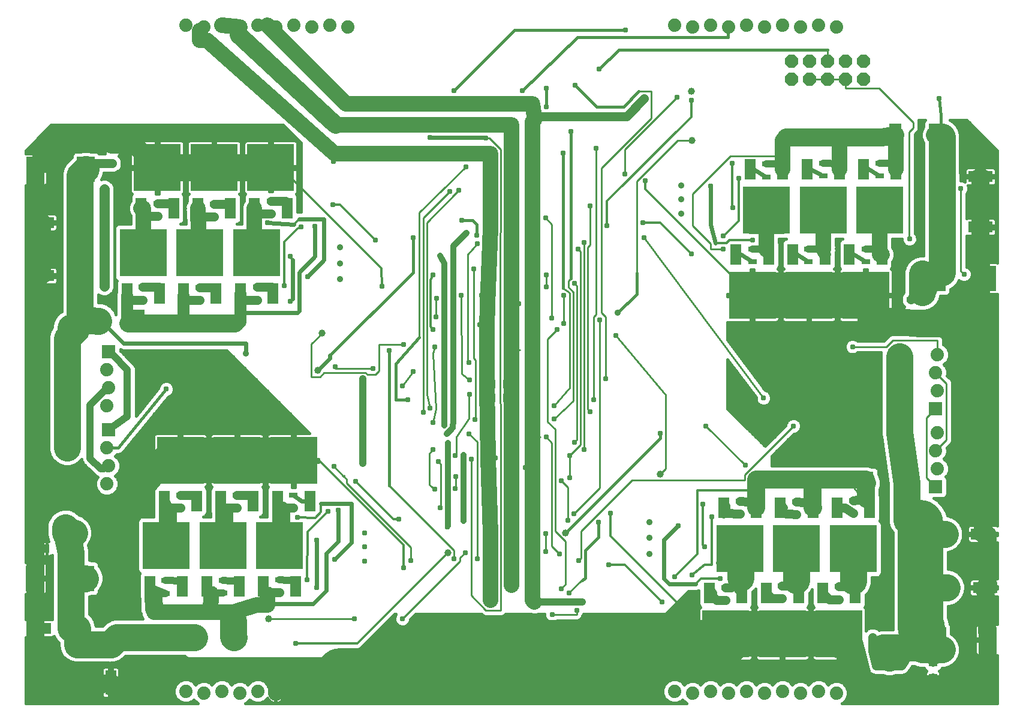
<source format=gbl>
G75*
G70*
%OFA0B0*%
%FSLAX24Y24*%
%IPPOS*%
%LPD*%
%AMOC8*
5,1,8,0,0,1.08239X$1,22.5*
%
%ADD10R,0.2638X0.2638*%
%ADD11R,0.0630X0.1181*%
%ADD12C,0.0740*%
%ADD13R,0.0472X0.0315*%
%ADD14R,0.0709X0.1260*%
%ADD15R,0.0315X0.0472*%
%ADD16R,0.1378X0.0630*%
%ADD17R,0.1000X0.1400*%
%ADD18OC8,0.0740*%
%ADD19R,0.0740X0.0740*%
%ADD20C,0.0397*%
%ADD21R,0.0630X0.1378*%
%ADD22C,0.0400*%
%ADD23C,0.0860*%
%ADD24C,0.0310*%
%ADD25C,0.0100*%
%ADD26C,0.0360*%
%ADD27C,0.0160*%
%ADD28C,0.0660*%
%ADD29C,0.1000*%
%ADD30C,0.0240*%
%ADD31C,0.1500*%
%ADD32C,0.0120*%
%ADD33C,0.2540*%
%ADD34C,0.0240*%
%ADD35C,0.0320*%
%ADD36C,0.0560*%
%ADD37C,0.0500*%
%ADD38C,0.0760*%
D10*
X047199Y009700D03*
X050349Y009700D03*
X053499Y009700D03*
X054286Y014424D03*
X051136Y014424D03*
X047987Y014424D03*
X049070Y025959D03*
X045920Y025959D03*
X052219Y025959D03*
X053007Y030684D03*
X049857Y030684D03*
X046707Y030684D03*
X079778Y023597D03*
X082928Y023597D03*
X086077Y023597D03*
X086865Y028322D03*
X083715Y028322D03*
X080566Y028322D03*
X079089Y009522D03*
X082239Y009522D03*
X085388Y009522D03*
X084601Y004798D03*
X081451Y004798D03*
X078302Y004798D03*
D11*
X079207Y007062D03*
X080546Y007062D03*
X082357Y007062D03*
X083696Y007062D03*
X085507Y007062D03*
X077396Y007062D03*
X078184Y011786D03*
X079995Y011786D03*
X081333Y011786D03*
X083144Y011786D03*
X084483Y011786D03*
X086294Y011786D03*
X055192Y012160D03*
X053381Y012160D03*
X052042Y012160D03*
X050231Y012160D03*
X048892Y012160D03*
X047081Y012160D03*
X046294Y007436D03*
X048105Y007436D03*
X049444Y007436D03*
X051255Y007436D03*
X052593Y007436D03*
X054404Y007436D03*
X053125Y023696D03*
X051314Y023696D03*
X049975Y023696D03*
X048164Y023696D03*
X046825Y023696D03*
X045014Y023696D03*
X045802Y028420D03*
X047613Y028420D03*
X048951Y028420D03*
X050762Y028420D03*
X052101Y028420D03*
X053912Y028420D03*
X078873Y025861D03*
X080684Y025861D03*
X082022Y025861D03*
X083833Y025861D03*
X085172Y025861D03*
X086983Y025861D03*
X087770Y030585D03*
X085959Y030585D03*
X084621Y030585D03*
X082810Y030585D03*
X081471Y030585D03*
X079660Y030585D03*
D12*
X080448Y038508D03*
X081448Y038608D03*
X082448Y038508D03*
X083448Y038608D03*
X084448Y038508D03*
X079448Y038608D03*
X078448Y038508D03*
X077448Y038608D03*
X076448Y038508D03*
X075448Y038608D03*
X057282Y038508D03*
X056282Y038608D03*
X055282Y038508D03*
X054282Y038608D03*
X053282Y038508D03*
X052282Y038608D03*
X051282Y038508D03*
X050282Y038608D03*
X049282Y038508D03*
X048282Y038608D03*
X090064Y020298D03*
X089964Y019298D03*
X090064Y018298D03*
X090064Y015967D03*
X089964Y014967D03*
X090064Y013967D03*
X084448Y001500D03*
X083448Y001600D03*
X082448Y001500D03*
X081448Y001600D03*
X080448Y001500D03*
X079448Y001600D03*
X078448Y001500D03*
X077448Y001600D03*
X076448Y001500D03*
X075448Y001600D03*
X057282Y001500D03*
X056282Y001600D03*
X055282Y001500D03*
X054282Y001600D03*
X053282Y001500D03*
X052282Y001600D03*
X051282Y001500D03*
X050282Y001600D03*
X049282Y001500D03*
X048282Y001600D03*
X043901Y013117D03*
X044001Y014117D03*
X043901Y015117D03*
X043901Y017448D03*
X044001Y018448D03*
X043901Y019448D03*
D13*
X045900Y023341D03*
X045900Y024050D03*
X049070Y024030D03*
X049070Y023322D03*
X052259Y023341D03*
X052259Y024050D03*
X049857Y027967D03*
X049857Y028676D03*
X046727Y028696D03*
X046727Y027987D03*
X053026Y028125D03*
X053026Y028833D03*
X044198Y030920D03*
X044198Y031629D03*
X079798Y026156D03*
X079798Y025448D03*
X082908Y025467D03*
X082908Y026176D03*
X086097Y026156D03*
X086097Y025448D03*
X088587Y023361D03*
X088587Y022652D03*
X086845Y030211D03*
X086845Y030920D03*
X083715Y030920D03*
X083715Y030211D03*
X080566Y030172D03*
X080566Y030881D03*
X054247Y012495D03*
X054247Y011786D03*
X051136Y011786D03*
X051136Y012495D03*
X047987Y012495D03*
X047987Y011786D03*
X047160Y007751D03*
X047160Y007042D03*
X050349Y007062D03*
X050349Y007770D03*
X053479Y007790D03*
X053479Y007081D03*
X078302Y007377D03*
X078302Y006668D03*
X081432Y006747D03*
X081432Y007456D03*
X084581Y007416D03*
X084581Y006707D03*
X089818Y003135D03*
X089818Y002426D03*
X085408Y011491D03*
X085408Y012200D03*
X082219Y012121D03*
X082219Y011412D03*
X079089Y011452D03*
X079089Y012160D03*
D14*
X086156Y013164D03*
X088361Y013164D03*
X050959Y004601D03*
X048755Y004601D03*
X045644Y022170D03*
X043440Y022170D03*
X087731Y032505D03*
X089936Y032505D03*
D15*
X066058Y018676D03*
X065349Y018676D03*
X065349Y017889D03*
X066058Y017889D03*
X041255Y009522D03*
X040546Y009522D03*
D16*
X040133Y005093D03*
X042259Y005093D03*
X042406Y024680D03*
X040280Y024680D03*
X040280Y027633D03*
X042406Y027633D03*
X090329Y027387D03*
X092455Y027387D03*
X092455Y030192D03*
X090329Y030192D03*
X090477Y010330D03*
X092603Y010330D03*
X092711Y007357D03*
X090585Y007357D03*
D17*
X090054Y004459D03*
X092854Y004459D03*
X092814Y024538D03*
X090014Y024538D03*
X042721Y030580D03*
X039921Y030580D03*
X039892Y007873D03*
X042692Y007873D03*
D18*
X081961Y035597D03*
X082961Y035597D03*
X083961Y035597D03*
X084961Y035597D03*
X085961Y035597D03*
X085961Y036597D03*
X084961Y036597D03*
X083961Y036597D03*
X082961Y036597D03*
X081961Y036597D03*
D19*
X044001Y020448D03*
X044001Y016117D03*
X089964Y017298D03*
X089964Y012967D03*
D20*
X084995Y013459D03*
X085388Y010310D03*
X082239Y009522D03*
X079089Y008735D03*
X069394Y010408D03*
X062849Y009306D03*
X052751Y010704D03*
X049483Y009798D03*
X046392Y008893D03*
X046560Y005979D03*
X052888Y005625D03*
X074660Y013656D03*
X055615Y019414D03*
X055861Y021481D03*
X046412Y022022D03*
X045133Y025369D03*
X048282Y026156D03*
X051432Y026944D03*
X076432Y032209D03*
X076383Y034916D03*
X086570Y032357D03*
X087733Y028912D03*
X084583Y028125D03*
X081483Y027337D03*
D21*
X044109Y004207D03*
X044109Y002081D03*
D22*
X046491Y006904D02*
X046688Y007062D01*
X047160Y007042D01*
X046392Y007337D01*
X046294Y007436D01*
X047160Y007751D02*
X048046Y007711D01*
X048105Y007436D01*
X049444Y007436D02*
X049542Y007337D01*
X049680Y007042D01*
X050349Y007062D01*
X051255Y007436D02*
X051196Y007692D01*
X050349Y007770D01*
X052593Y007436D02*
X052692Y007337D01*
X052810Y007003D01*
X053479Y007790D02*
X054345Y007731D01*
X054404Y007436D01*
X067672Y006570D02*
X070329Y006570D01*
X077396Y007062D02*
X077613Y007062D01*
X078184Y011393D02*
X078282Y011491D01*
X078184Y011393D02*
X078184Y011736D01*
X081333Y011736D02*
X081550Y011786D01*
X081392Y011491D01*
X058125Y014247D02*
X058125Y018971D01*
X051412Y023597D02*
X051314Y023696D01*
X048164Y023696D02*
X048164Y023597D01*
X045014Y023597D02*
X045014Y023696D01*
X044001Y020448D02*
X044247Y020251D01*
X045034Y019463D01*
X045034Y016854D01*
X044001Y016117D01*
X042967Y017495D02*
X042967Y014542D01*
X043558Y013952D01*
X043738Y013952D01*
X044001Y014117D01*
X042967Y017495D02*
X043723Y018251D01*
X044001Y018448D01*
X079798Y026156D02*
X080566Y026117D01*
X080585Y025959D01*
X080684Y025861D01*
X082908Y026176D02*
X083735Y026176D01*
X086097Y026156D02*
X086904Y026137D01*
X086983Y025861D01*
X087770Y030585D02*
X087731Y030940D01*
X086845Y030920D01*
X084601Y030900D02*
X084621Y030585D01*
X084601Y030900D02*
X083715Y030920D01*
X081471Y030585D02*
X081432Y030881D01*
X080566Y030881D01*
D23*
X081471Y030585D02*
X081471Y031314D01*
X081471Y032180D01*
X081648Y032357D01*
X084601Y032357D02*
X084621Y032337D01*
X084621Y030585D01*
X086993Y032357D02*
X087751Y032357D01*
X087751Y030605D01*
X087770Y030585D01*
X086865Y028322D02*
X086865Y025861D01*
X086983Y025861D01*
X083735Y026176D02*
X083715Y028125D01*
X083715Y028322D01*
X080566Y028322D02*
X080566Y027928D01*
X080566Y027337D01*
X080566Y026117D01*
X067573Y025251D02*
X067573Y015723D01*
X067573Y014030D01*
X067573Y006668D01*
X067672Y006570D01*
X066392Y007505D02*
X066392Y015723D01*
X066392Y017889D01*
X066392Y018774D01*
X066392Y019857D01*
X066392Y020546D01*
X066392Y023007D01*
X066392Y024070D01*
X066392Y031078D01*
X066392Y033046D01*
X056631Y033046D01*
X057190Y034227D02*
X067573Y034227D01*
X067672Y033538D01*
X067672Y033341D01*
X067573Y033243D01*
X067573Y025251D01*
X065211Y027337D02*
X065065Y023090D01*
X065021Y021831D01*
X065014Y021629D01*
X065014Y020251D01*
X065014Y018578D01*
X065014Y018479D01*
X065017Y018381D01*
X065106Y014553D01*
X065211Y010330D01*
X065211Y007062D01*
X065211Y006668D01*
X053302Y002042D02*
X053302Y001520D01*
X053282Y001500D01*
X050940Y005487D02*
X050940Y005979D01*
X049660Y005979D01*
X049680Y007042D01*
X049660Y005979D02*
X049168Y005979D01*
X046560Y005979D01*
X046510Y005979D01*
X046510Y006176D01*
X050940Y005979D02*
X052239Y006393D01*
X052810Y006393D01*
X052810Y007003D01*
X089227Y005143D02*
X089227Y003912D01*
X052219Y025959D02*
X052101Y025959D01*
X052101Y026944D01*
X052101Y028144D01*
X052101Y028420D01*
X048951Y028420D02*
X048973Y028015D01*
X049070Y026156D01*
X049070Y025959D02*
X048951Y025959D01*
X045920Y025959D02*
X045920Y028026D01*
X045920Y028420D01*
X045802Y028420D01*
X049463Y037770D02*
X056550Y031471D01*
X064030Y031471D01*
X065211Y031471D01*
X065211Y027337D01*
X057190Y034227D02*
X053091Y038327D01*
X052810Y038608D01*
X051282Y038508D02*
X050282Y038608D01*
X049463Y037770D02*
X049070Y037770D01*
X049070Y038295D01*
D24*
X056591Y033083D03*
X053794Y031471D03*
X052219Y031471D03*
X053007Y030684D03*
X056491Y031038D03*
X061865Y032357D03*
X064030Y031471D03*
X063853Y030743D03*
X063459Y029444D03*
X062948Y029365D03*
X063617Y027770D03*
X063892Y027062D03*
X064463Y026924D03*
X064503Y026452D03*
X062416Y025802D03*
X060930Y026796D03*
X058814Y026648D03*
X055467Y027436D03*
X054680Y027387D03*
X053794Y028322D03*
X052810Y027633D03*
X050644Y028322D03*
X047495Y028322D03*
X043755Y029503D03*
X046707Y030684D03*
X045920Y031471D03*
X047495Y031471D03*
X056451Y028617D03*
X054089Y025763D03*
X055073Y024631D03*
X053745Y024139D03*
X053105Y023696D03*
X054089Y023253D03*
X051038Y022022D03*
X046707Y023597D03*
X043755Y024089D03*
X049857Y023656D03*
X056589Y019641D03*
X058125Y018971D03*
X058676Y019522D03*
X060329Y018558D03*
X060625Y017810D03*
X061865Y017318D03*
X061491Y017081D03*
X062022Y016530D03*
X062672Y016373D03*
X062790Y015881D03*
X062849Y015389D03*
X062042Y015034D03*
X062318Y014345D03*
X063262Y014700D03*
X063715Y014739D03*
X064148Y014483D03*
X065487Y014562D03*
X067160Y014030D03*
X069168Y013282D03*
X069640Y013459D03*
X069621Y014700D03*
X070428Y015034D03*
X069877Y015428D03*
X068322Y015723D03*
X068774Y016727D03*
X068774Y017475D03*
X070762Y017141D03*
X070959Y017810D03*
X071629Y018952D03*
X066392Y019857D03*
X065014Y020251D03*
X064030Y019877D03*
X064050Y018893D03*
X064050Y018105D03*
X064345Y016707D03*
X064030Y015900D03*
X066156Y015723D03*
X063302Y013538D03*
X063262Y012869D03*
X062140Y012830D03*
X062436Y011806D03*
X063715Y011058D03*
X062810Y010743D03*
X060133Y011176D03*
X058223Y010408D03*
X058223Y009621D03*
X058223Y008833D03*
X056550Y008912D03*
X055546Y009995D03*
X054385Y010684D03*
X053499Y010684D03*
X054503Y011274D03*
X055172Y011963D03*
X056196Y011609D03*
X056766Y011668D03*
X057731Y013263D03*
X058125Y014247D03*
X056510Y014089D03*
X054975Y015133D03*
X054286Y014444D03*
X053499Y015133D03*
X048774Y015133D03*
X047987Y014660D03*
X047199Y015133D03*
X042081Y015034D03*
X041688Y015526D03*
X041294Y015034D03*
X041294Y016019D03*
X041688Y016511D03*
X042081Y016019D03*
X047199Y018381D03*
X059601Y020526D03*
X060408Y020861D03*
X062140Y020723D03*
X062022Y021707D03*
X062199Y022396D03*
X064640Y021963D03*
X066806Y023125D03*
X068636Y022337D03*
X068932Y021707D03*
X069306Y022042D03*
X071294Y022219D03*
X072199Y021353D03*
X069306Y023578D03*
X069896Y024247D03*
X068341Y024050D03*
X068341Y024719D03*
X067593Y025172D03*
X066196Y024030D03*
X064739Y023597D03*
X063597Y023597D03*
X062219Y023420D03*
X062022Y024719D03*
X059207Y024089D03*
X064286Y025074D03*
X070093Y026156D03*
X070428Y026530D03*
X071707Y027475D03*
X073676Y027633D03*
X073755Y026786D03*
X076383Y025910D03*
X078164Y026156D03*
X078991Y025959D03*
X079778Y026648D03*
X078154Y026894D03*
X078696Y028469D03*
X077465Y029650D03*
X079040Y030093D03*
X079778Y030644D03*
X078646Y030930D03*
X081471Y032180D03*
X082948Y030644D03*
X086077Y030684D03*
X091373Y029522D03*
X088518Y026727D03*
X085270Y025959D03*
X082140Y025959D03*
X079778Y023597D03*
X079188Y023007D03*
X080369Y023007D03*
X085487Y023007D03*
X086077Y023597D03*
X086668Y023007D03*
X088735Y023991D03*
X089227Y023745D03*
X089247Y024267D03*
X089227Y024778D03*
X088735Y024483D03*
X091550Y024759D03*
X085349Y020743D03*
X087455Y019956D03*
X087948Y020202D03*
X087948Y019709D03*
X088440Y019463D03*
X088440Y019956D03*
X087455Y019365D03*
X087948Y019168D03*
X082062Y016333D03*
X080408Y017889D03*
X077180Y016314D03*
X074660Y015920D03*
X079385Y014148D03*
X079778Y013361D03*
X081333Y011736D03*
X078184Y011736D03*
X077514Y011294D03*
X077022Y011983D03*
X075644Y010802D03*
X077121Y009621D03*
X076432Y008046D03*
X075448Y007948D03*
X077396Y007062D03*
X078007Y007849D03*
X080546Y007062D03*
X083696Y007062D03*
X086471Y004503D03*
X087160Y004503D03*
X087849Y004404D03*
X087849Y003715D03*
X087357Y003223D03*
X087160Y003814D03*
X086471Y003814D03*
X086668Y003223D03*
X074759Y006570D03*
X070329Y006570D03*
X070014Y006078D03*
X069601Y007062D03*
X069148Y007298D03*
X067672Y006570D03*
X068656Y005861D03*
X067180Y004995D03*
X066294Y005290D03*
X064030Y005290D03*
X063440Y004946D03*
X060329Y005625D03*
X057652Y005625D03*
X055546Y007377D03*
X055034Y007810D03*
X054385Y007337D03*
X051235Y007337D03*
X049168Y005979D03*
X048085Y005093D03*
X047593Y004601D03*
X047199Y004109D03*
X046707Y004601D03*
X046215Y004207D03*
X045723Y004601D03*
X046215Y005093D03*
X047199Y005093D03*
X048085Y004109D03*
X054385Y004267D03*
X048085Y007239D03*
X048085Y008912D03*
X047199Y008912D03*
X050349Y009798D03*
X051235Y009798D03*
X052022Y011963D03*
X048892Y012160D03*
X042377Y010408D03*
X041885Y010015D03*
X041589Y010408D03*
X041885Y010802D03*
X041589Y011196D03*
X041196Y010802D03*
X060388Y008459D03*
X060782Y008873D03*
X063184Y008952D03*
X063814Y009306D03*
X064483Y008971D03*
X065211Y010330D03*
X068302Y010349D03*
X068302Y009365D03*
X069070Y009227D03*
X070113Y008853D03*
X071806Y008637D03*
X066392Y007505D03*
X065211Y007062D03*
X069522Y011097D03*
X069857Y011471D03*
X071215Y010999D03*
X071904Y011491D03*
X084483Y011786D03*
X087967Y015969D03*
X060920Y019345D03*
X068302Y027889D03*
X070762Y028558D03*
X073823Y029946D03*
X072692Y030330D03*
X069247Y031491D03*
X071097Y031767D03*
X069699Y032692D03*
X068322Y034070D03*
X068322Y035093D03*
X067003Y034956D03*
X069936Y035270D03*
X071274Y036176D03*
X073774Y034522D03*
X075585Y034601D03*
X076383Y034424D03*
X072711Y038341D03*
X063184Y034956D03*
X064955Y032318D03*
X066570Y031117D03*
X090172Y034542D03*
D25*
X088715Y033204D02*
X086825Y035093D01*
X084975Y035093D01*
X084975Y035585D01*
X084961Y035597D01*
X084916Y035605D01*
X083971Y035605D01*
X083961Y035597D01*
X083912Y035605D01*
X082967Y035605D01*
X082961Y035597D01*
X083961Y036597D02*
X083951Y036609D01*
X083951Y037219D01*
X078448Y038508D02*
X078440Y038499D01*
X074168Y034916D02*
X073459Y034916D01*
X074168Y034916D02*
X074168Y033440D01*
X071392Y030664D01*
X071392Y022633D01*
X071629Y022396D01*
X071629Y018952D01*
X069640Y018459D02*
X068774Y017475D01*
X068774Y016727D02*
X069837Y017711D01*
X069837Y023774D01*
X069562Y024050D01*
X069562Y024385D01*
X069699Y024522D01*
X069896Y024247D02*
X070034Y024109D01*
X070034Y015585D01*
X069877Y015428D01*
X070231Y015310D02*
X070231Y026019D01*
X070093Y026156D01*
X070428Y026530D02*
X070428Y015034D01*
X070231Y015310D02*
X069621Y014700D01*
X069640Y014660D01*
X069640Y013459D01*
X069168Y013282D02*
X069522Y012928D01*
X069522Y011097D01*
X069857Y011471D02*
X071294Y012908D01*
X071294Y022219D01*
X071097Y022534D02*
X070959Y022396D01*
X070959Y017810D01*
X070625Y017278D02*
X070625Y026255D01*
X070762Y026393D01*
X070762Y028558D01*
X068636Y027515D02*
X068302Y027889D01*
X068636Y027515D02*
X068636Y022337D01*
X068932Y021707D02*
X068400Y021176D01*
X068400Y016550D01*
X068833Y016156D01*
X068833Y010487D01*
X069404Y009916D01*
X069404Y007554D01*
X069148Y007298D01*
X069601Y007081D02*
X069601Y007062D01*
X069601Y007081D02*
X070251Y007731D01*
X070329Y007751D01*
X070113Y008853D02*
X070251Y008991D01*
X070251Y010487D01*
X073085Y013322D01*
X079345Y013322D01*
X079345Y013617D01*
X082062Y016333D01*
X080408Y017889D02*
X073755Y026786D01*
X076471Y027456D02*
X076471Y029227D01*
X078558Y031314D01*
X081471Y031314D01*
X076432Y032200D02*
X076432Y032209D01*
X076432Y032200D02*
X075625Y032200D01*
X073361Y029936D01*
X073361Y024818D01*
X069640Y023715D02*
X069640Y018459D01*
X070625Y017278D02*
X070762Y017141D01*
X068636Y015408D02*
X068322Y015723D01*
X067987Y015723D02*
X067573Y015723D01*
X068636Y015408D02*
X068636Y009660D01*
X069070Y009227D01*
X068302Y009365D02*
X068302Y010349D01*
X064483Y008971D02*
X064483Y015448D01*
X064030Y015900D01*
X063341Y015743D02*
X064010Y016767D01*
X064010Y018066D01*
X064050Y018105D01*
X064050Y018893D02*
X063636Y019227D01*
X063597Y023597D01*
X064739Y023597D02*
X065065Y023090D01*
X066392Y023007D02*
X066806Y023125D01*
X066392Y024070D02*
X066196Y024030D01*
X067593Y025172D02*
X067573Y025251D01*
X068341Y024719D02*
X068341Y024050D01*
X069247Y023991D02*
X069640Y023715D01*
X069306Y023578D02*
X069306Y022042D01*
X071097Y022534D02*
X071097Y031767D01*
X072692Y031707D02*
X072692Y030330D01*
X072692Y031707D02*
X075585Y034601D01*
X066570Y031117D02*
X066392Y031078D01*
X065782Y031707D02*
X065172Y032318D01*
X064955Y032318D01*
X065782Y031707D02*
X065782Y027081D01*
X065762Y027062D01*
X065762Y017593D01*
X065802Y017554D01*
X065802Y006097D01*
X064975Y006097D01*
X064148Y006924D01*
X064148Y014483D01*
X063341Y014818D02*
X063341Y015743D01*
X063046Y016176D02*
X063125Y016235D01*
X064345Y016707D02*
X064385Y016747D01*
X064385Y019995D01*
X064286Y020093D01*
X064286Y025074D01*
X063951Y025861D02*
X064503Y026452D01*
X063951Y025861D02*
X063951Y019956D01*
X064030Y019877D01*
X062042Y020349D02*
X062140Y020723D01*
X062042Y020349D02*
X062199Y017298D01*
X062022Y016530D01*
X061491Y017081D02*
X061491Y027908D01*
X062948Y029365D01*
X063302Y029247D02*
X063459Y029444D01*
X063302Y029247D02*
X061688Y027633D01*
X061688Y018085D01*
X061865Y017318D01*
X060329Y018558D02*
X060920Y019345D01*
X059010Y019385D02*
X058814Y019188D01*
X058381Y019188D01*
X058262Y019306D01*
X055959Y019306D01*
X055959Y019286D01*
X055743Y019070D01*
X055270Y019070D01*
X055270Y020881D01*
X055861Y021471D01*
X055861Y021481D01*
X059010Y020861D02*
X059010Y019385D01*
X058676Y019522D02*
X056589Y019522D01*
X056589Y019641D01*
X059010Y020861D02*
X060408Y020861D01*
X061255Y021274D02*
X061255Y028184D01*
X063853Y030743D01*
X056550Y031471D02*
X056491Y031038D01*
X053091Y038327D02*
X053282Y038519D01*
X053282Y038508D01*
X049286Y038519D02*
X049070Y038295D01*
X049282Y038508D02*
X049286Y038519D01*
X076471Y027456D02*
X077455Y026471D01*
X077455Y026156D01*
X078164Y026156D01*
X088499Y026747D02*
X088499Y032672D01*
X088715Y032889D01*
X088715Y033204D01*
X091373Y029522D02*
X091373Y024936D01*
X091550Y024759D01*
X088518Y026727D02*
X088499Y026747D01*
X087593Y021097D02*
X090054Y021097D01*
X090054Y020310D01*
X090064Y020298D01*
X089964Y019298D02*
X089975Y019286D01*
X090566Y018696D01*
X090566Y015566D01*
X089975Y014975D01*
X089964Y014967D01*
X089463Y013459D02*
X089463Y016806D01*
X089955Y017298D01*
X089964Y017298D01*
X087239Y020743D02*
X085349Y020743D01*
X087239Y020743D02*
X087593Y021097D01*
X079385Y014148D02*
X077180Y016314D01*
X074975Y018066D02*
X074975Y013971D01*
X074660Y013656D01*
X067573Y014030D02*
X067160Y014030D01*
X065487Y014562D02*
X065106Y014553D01*
X063341Y014818D02*
X063262Y014700D01*
X062475Y014188D02*
X062318Y014345D01*
X062475Y014188D02*
X062475Y011885D01*
X062436Y011806D01*
X062140Y012830D02*
X061825Y013066D01*
X061825Y014778D01*
X062042Y015034D01*
X063302Y013538D02*
X063302Y012908D01*
X063262Y012869D01*
X063184Y009444D02*
X059601Y013026D01*
X057219Y013164D02*
X060782Y009601D01*
X060782Y008873D01*
X063184Y008952D02*
X063184Y009444D01*
X063518Y009011D02*
X063814Y009306D01*
X063518Y009011D02*
X063518Y008814D01*
X060329Y005625D01*
X057652Y005625D02*
X052888Y005625D01*
X042377Y010408D02*
X041684Y010260D01*
X043901Y015117D02*
X043912Y015133D01*
X056510Y014089D02*
X057072Y013528D01*
X057101Y013558D01*
X057101Y013578D01*
X057072Y013528D02*
X057219Y013381D01*
X057219Y013164D01*
X062810Y010743D02*
X062849Y010782D01*
X070014Y006078D02*
X070014Y005861D01*
X068656Y005861D01*
X084995Y013459D02*
X086294Y011786D01*
X089463Y013459D02*
X089955Y012967D01*
X089964Y012967D01*
X074975Y018066D02*
X072199Y021353D01*
X066845Y020546D02*
X066392Y020546D01*
X065021Y021831D02*
X064640Y021963D01*
X062199Y022396D02*
X062199Y023204D01*
X062219Y023420D01*
X066156Y015723D02*
X066392Y015723D01*
D26*
X074070Y010999D03*
X074070Y010113D03*
X074070Y009227D03*
X078105Y008735D03*
X079975Y008735D03*
X081255Y009522D03*
X083125Y009522D03*
X084503Y010310D03*
X086274Y010310D03*
X072298Y022613D03*
X079680Y027337D03*
X080566Y027337D03*
X082829Y028125D03*
X083715Y028125D03*
X085979Y028912D03*
X086865Y028912D03*
X075841Y028912D03*
X075841Y028125D03*
X075841Y029700D03*
X056845Y026255D03*
X056845Y025369D03*
X056845Y024483D03*
X053007Y026944D03*
X052219Y026944D03*
X049857Y026156D03*
X049070Y026156D03*
X046707Y025369D03*
X045920Y025369D03*
X051629Y020369D03*
D27*
X039393Y004605D02*
X039393Y000929D01*
X048971Y000929D01*
X048916Y000952D01*
X048734Y001134D01*
X048733Y001136D01*
X048649Y001052D01*
X048411Y000953D01*
X048153Y000953D01*
X047916Y001052D01*
X047734Y001234D01*
X047635Y001471D01*
X047635Y001729D01*
X047734Y001966D01*
X047916Y002148D01*
X048153Y002247D01*
X048411Y002247D01*
X048649Y002148D01*
X048831Y001966D01*
X048831Y001964D01*
X048916Y002048D01*
X049153Y002147D01*
X049411Y002147D01*
X049649Y002048D01*
X049733Y001964D01*
X049734Y001966D01*
X049916Y002148D01*
X050153Y002247D01*
X050411Y002247D01*
X050649Y002148D01*
X050831Y001966D01*
X050831Y001964D01*
X050916Y002048D01*
X051153Y002147D01*
X051411Y002147D01*
X051649Y002048D01*
X051733Y001964D01*
X051734Y001966D01*
X051916Y002148D01*
X052153Y002247D01*
X052411Y002247D01*
X052649Y002148D01*
X052831Y001966D01*
X052872Y001867D01*
X052924Y001920D01*
X052994Y001970D01*
X053071Y002010D01*
X053153Y002036D01*
X053239Y002050D01*
X053262Y002050D01*
X053262Y001520D01*
X053302Y001520D01*
X053302Y002050D01*
X053325Y002050D01*
X053411Y002036D01*
X053493Y002010D01*
X053570Y001970D01*
X053640Y001920D01*
X053702Y001858D01*
X053753Y001788D01*
X053760Y001773D01*
X053772Y001811D01*
X053812Y001888D01*
X053863Y001958D01*
X053924Y002020D01*
X053994Y002070D01*
X054071Y002110D01*
X054153Y002136D01*
X054239Y002150D01*
X054262Y002150D01*
X054262Y001620D01*
X054302Y001620D01*
X054302Y002150D01*
X054325Y002150D01*
X054411Y002136D01*
X054493Y002110D01*
X054570Y002070D01*
X054640Y002020D01*
X054702Y001958D01*
X054753Y001888D01*
X054792Y001811D01*
X054804Y001773D01*
X054812Y001788D01*
X054863Y001858D01*
X054924Y001920D01*
X054994Y001970D01*
X055071Y002010D01*
X055153Y002036D01*
X055239Y002050D01*
X055262Y002050D01*
X055262Y001520D01*
X055302Y001520D01*
X055302Y002050D01*
X055325Y002050D01*
X055411Y002036D01*
X055493Y002010D01*
X055570Y001970D01*
X055640Y001920D01*
X055702Y001858D01*
X055753Y001788D01*
X055760Y001773D01*
X055772Y001811D01*
X055812Y001888D01*
X055863Y001958D01*
X055924Y002020D01*
X055994Y002070D01*
X056071Y002110D01*
X056153Y002136D01*
X056239Y002150D01*
X056262Y002150D01*
X056262Y001620D01*
X056302Y001620D01*
X056302Y002150D01*
X056325Y002150D01*
X056411Y002136D01*
X056493Y002110D01*
X056570Y002070D01*
X056640Y002020D01*
X056702Y001958D01*
X056753Y001888D01*
X056792Y001811D01*
X056804Y001773D01*
X056812Y001788D01*
X056863Y001858D01*
X056924Y001920D01*
X056994Y001970D01*
X057071Y002010D01*
X057153Y002036D01*
X057239Y002050D01*
X057262Y002050D01*
X057262Y001520D01*
X057302Y001520D01*
X057302Y002050D01*
X057325Y002050D01*
X057411Y002036D01*
X057493Y002010D01*
X057570Y001970D01*
X057640Y001920D01*
X057702Y001858D01*
X057753Y001788D01*
X057792Y001711D01*
X057819Y001629D01*
X057832Y001543D01*
X057832Y001520D01*
X057302Y001520D01*
X057302Y001480D01*
X057302Y000950D01*
X057325Y000950D01*
X057411Y000964D01*
X057493Y000990D01*
X057570Y001030D01*
X057640Y001080D01*
X057702Y001142D01*
X057753Y001212D01*
X057792Y001289D01*
X057819Y001371D01*
X057832Y001457D01*
X057832Y001480D01*
X057302Y001480D01*
X057262Y001480D01*
X057262Y000950D01*
X057239Y000950D01*
X057153Y000964D01*
X057071Y000990D01*
X056994Y001030D01*
X056924Y001080D01*
X056863Y001142D01*
X056812Y001212D01*
X056772Y001289D01*
X056760Y001327D01*
X056753Y001312D01*
X056702Y001242D01*
X056640Y001180D01*
X056570Y001130D01*
X056493Y001090D01*
X056411Y001064D01*
X056325Y001050D01*
X056302Y001050D01*
X056302Y001580D01*
X056262Y001580D01*
X056262Y001050D01*
X056239Y001050D01*
X056153Y001064D01*
X056071Y001090D01*
X055994Y001130D01*
X055924Y001180D01*
X055863Y001242D01*
X055812Y001312D01*
X055804Y001327D01*
X055792Y001289D01*
X055753Y001212D01*
X055702Y001142D01*
X055640Y001080D01*
X055570Y001030D01*
X055493Y000990D01*
X055411Y000964D01*
X055325Y000950D01*
X055302Y000950D01*
X055302Y001480D01*
X055262Y001480D01*
X055262Y000950D01*
X055239Y000950D01*
X055153Y000964D01*
X055071Y000990D01*
X054994Y001030D01*
X054924Y001080D01*
X054863Y001142D01*
X054812Y001212D01*
X054772Y001289D01*
X054760Y001327D01*
X054753Y001312D01*
X054702Y001242D01*
X054640Y001180D01*
X054570Y001130D01*
X054493Y001090D01*
X054411Y001064D01*
X054325Y001050D01*
X054302Y001050D01*
X054302Y001580D01*
X054262Y001580D01*
X054262Y001050D01*
X054239Y001050D01*
X054153Y001064D01*
X054071Y001090D01*
X053994Y001130D01*
X053924Y001180D01*
X053863Y001242D01*
X053812Y001312D01*
X053804Y001327D01*
X053792Y001289D01*
X053753Y001212D01*
X053702Y001142D01*
X053640Y001080D01*
X053570Y001030D01*
X053493Y000990D01*
X053411Y000964D01*
X053325Y000950D01*
X053302Y000950D01*
X053302Y001480D01*
X053262Y001480D01*
X053262Y000950D01*
X053239Y000950D01*
X053153Y000964D01*
X053071Y000990D01*
X052994Y001030D01*
X052924Y001080D01*
X052863Y001142D01*
X052812Y001212D01*
X052811Y001214D01*
X052649Y001052D01*
X052411Y000953D01*
X052153Y000953D01*
X051916Y001052D01*
X051831Y001136D01*
X051831Y001134D01*
X051649Y000952D01*
X051594Y000929D01*
X076136Y000929D01*
X076081Y000952D01*
X075899Y001134D01*
X075898Y001136D01*
X075814Y001052D01*
X075576Y000953D01*
X075319Y000953D01*
X075081Y001052D01*
X074899Y001234D01*
X074801Y001471D01*
X074801Y001729D01*
X074899Y001966D01*
X075081Y002148D01*
X075319Y002247D01*
X075576Y002247D01*
X075814Y002148D01*
X075996Y001966D01*
X075997Y001964D01*
X076081Y002048D01*
X076319Y002147D01*
X076576Y002147D01*
X076814Y002048D01*
X076898Y001964D01*
X076899Y001966D01*
X077081Y002148D01*
X077319Y002247D01*
X077576Y002247D01*
X077814Y002148D01*
X077996Y001966D01*
X077997Y001964D01*
X078081Y002048D01*
X078319Y002147D01*
X078576Y002147D01*
X078814Y002048D01*
X078898Y001964D01*
X078899Y001966D01*
X079081Y002148D01*
X079319Y002247D01*
X079576Y002247D01*
X079814Y002148D01*
X079996Y001966D01*
X079997Y001964D01*
X080081Y002048D01*
X080319Y002147D01*
X080576Y002147D01*
X080814Y002048D01*
X080898Y001964D01*
X080899Y001966D01*
X081081Y002148D01*
X081319Y002247D01*
X081576Y002247D01*
X081814Y002148D01*
X081996Y001966D01*
X081997Y001964D01*
X082081Y002048D01*
X082319Y002147D01*
X082576Y002147D01*
X082814Y002048D01*
X082898Y001964D01*
X082899Y001966D01*
X083081Y002148D01*
X083319Y002247D01*
X083576Y002247D01*
X083814Y002148D01*
X083996Y001966D01*
X083997Y001964D01*
X084081Y002048D01*
X084319Y002147D01*
X084576Y002147D01*
X084814Y002048D01*
X084996Y001866D01*
X085094Y001629D01*
X085094Y001371D01*
X084996Y001134D01*
X084814Y000952D01*
X084759Y000929D01*
X093391Y000929D01*
X093391Y003583D01*
X093378Y003579D01*
X092934Y003579D01*
X092934Y004379D01*
X092774Y004379D01*
X092774Y003579D01*
X092330Y003579D01*
X092284Y003591D01*
X092243Y003615D01*
X092210Y003648D01*
X092186Y003689D01*
X092174Y003735D01*
X092174Y004379D01*
X092774Y004379D01*
X092774Y004539D01*
X092774Y005339D01*
X092330Y005339D01*
X092284Y005327D01*
X092243Y005303D01*
X092210Y005269D01*
X092186Y005228D01*
X092174Y005183D01*
X092174Y004539D01*
X092774Y004539D01*
X092934Y004539D01*
X092934Y005339D01*
X093378Y005339D01*
X093391Y005335D01*
X093391Y006862D01*
X092789Y006862D01*
X092789Y007280D01*
X092789Y007435D01*
X092634Y007435D01*
X092634Y007852D01*
X091999Y007852D01*
X091953Y007840D01*
X091912Y007816D01*
X091878Y007783D01*
X091855Y007742D01*
X091842Y007696D01*
X091842Y007435D01*
X092634Y007435D01*
X092634Y007280D01*
X091842Y007280D01*
X091842Y007018D01*
X091855Y006973D01*
X091878Y006932D01*
X091912Y006898D01*
X091953Y006874D01*
X091999Y006862D01*
X092634Y006862D01*
X092634Y007280D01*
X092789Y007280D01*
X093391Y007280D01*
X093391Y007435D01*
X092789Y007435D01*
X092789Y007852D01*
X093391Y007852D01*
X093391Y009864D01*
X093361Y009847D01*
X093316Y009835D01*
X092680Y009835D01*
X092680Y010252D01*
X092526Y010252D01*
X092526Y009835D01*
X091890Y009835D01*
X091845Y009847D01*
X091804Y009871D01*
X091770Y009904D01*
X091746Y009945D01*
X091734Y009991D01*
X091734Y010252D01*
X092526Y010252D01*
X092526Y010407D01*
X092526Y010824D01*
X091890Y010824D01*
X091845Y010812D01*
X091804Y010789D01*
X091770Y010755D01*
X091746Y010714D01*
X091734Y010668D01*
X091734Y010407D01*
X092526Y010407D01*
X092680Y010407D01*
X092680Y010824D01*
X093316Y010824D01*
X093361Y010812D01*
X093391Y010795D01*
X093391Y023674D01*
X093384Y023670D01*
X093338Y023658D01*
X092894Y023658D01*
X092894Y024458D01*
X092734Y024458D01*
X092134Y024458D01*
X092134Y023814D01*
X092147Y023768D01*
X092170Y023727D01*
X092204Y023694D01*
X092245Y023670D01*
X092291Y023658D01*
X092734Y023658D01*
X092734Y024458D01*
X092734Y024618D01*
X092734Y025418D01*
X092291Y025418D01*
X092245Y025405D01*
X092204Y025382D01*
X092170Y025348D01*
X092147Y025307D01*
X092134Y025261D01*
X092134Y024618D01*
X092734Y024618D01*
X092894Y024618D01*
X092894Y025418D01*
X093338Y025418D01*
X093384Y025405D01*
X093391Y025401D01*
X093391Y031633D01*
X091683Y033341D01*
X090744Y033341D01*
X090940Y033228D01*
X091131Y033037D01*
X091267Y032803D01*
X091337Y032541D01*
X091337Y030400D01*
X091356Y030327D01*
X091356Y029954D01*
X091459Y029954D01*
X091586Y029901D01*
X091586Y030114D01*
X092378Y030114D01*
X092533Y030114D01*
X092533Y029697D01*
X093168Y029697D01*
X093214Y029709D01*
X093255Y029733D01*
X093288Y029766D01*
X093312Y029807D01*
X093324Y029853D01*
X093324Y030114D01*
X092533Y030114D01*
X092533Y030269D01*
X093324Y030269D01*
X093324Y030530D01*
X093312Y030576D01*
X093288Y030617D01*
X093255Y030651D01*
X093214Y030674D01*
X093168Y030687D01*
X092533Y030687D01*
X092533Y030269D01*
X092378Y030269D01*
X092378Y030114D01*
X092378Y029697D01*
X091768Y029697D01*
X091805Y029608D01*
X091805Y029437D01*
X091739Y029278D01*
X091700Y029239D01*
X091700Y027870D01*
X091743Y027882D01*
X092378Y027882D01*
X092378Y027464D01*
X092533Y027464D01*
X093324Y027464D01*
X093324Y027725D01*
X093312Y027771D01*
X093288Y027812D01*
X093255Y027846D01*
X093214Y027869D01*
X093168Y027882D01*
X092533Y027882D01*
X092533Y027464D01*
X092533Y027309D01*
X093324Y027309D01*
X093324Y027048D01*
X093312Y027002D01*
X093288Y026961D01*
X093255Y026928D01*
X093214Y026904D01*
X093168Y026892D01*
X092533Y026892D01*
X092533Y027309D01*
X092378Y027309D01*
X092378Y026892D01*
X091743Y026892D01*
X091700Y026903D01*
X091700Y025164D01*
X091794Y025125D01*
X091916Y025003D01*
X091982Y024845D01*
X091982Y024673D01*
X091916Y024514D01*
X091794Y024393D01*
X091636Y024327D01*
X091464Y024327D01*
X091305Y024393D01*
X091270Y024428D01*
X091151Y024222D01*
X090960Y024031D01*
X090791Y023934D01*
X090791Y023783D01*
X090749Y023681D01*
X090671Y023603D01*
X090570Y023561D01*
X090241Y023561D01*
X090184Y023349D01*
X090049Y023114D01*
X089858Y022923D01*
X089623Y022788D01*
X089362Y022718D01*
X089092Y022718D01*
X089003Y022742D01*
X089003Y022652D01*
X088587Y022652D01*
X088587Y022652D01*
X088587Y022315D01*
X088327Y022315D01*
X088282Y022327D01*
X088241Y022351D01*
X088207Y022384D01*
X088183Y022425D01*
X088171Y022471D01*
X088171Y022652D01*
X088587Y022652D01*
X088587Y022652D01*
X088587Y022315D01*
X088847Y022315D01*
X088893Y022327D01*
X088934Y022351D01*
X088968Y022384D01*
X088991Y022425D01*
X089003Y022471D01*
X089003Y022652D01*
X088587Y022652D01*
X088171Y022652D01*
X088171Y022834D01*
X088183Y022879D01*
X088207Y022920D01*
X088238Y022951D01*
X088194Y022969D01*
X088116Y023047D01*
X088074Y023148D01*
X088074Y023232D01*
X088051Y023383D01*
X088074Y023481D01*
X088074Y023574D01*
X088116Y023675D01*
X088194Y023753D01*
X088200Y023756D01*
X088200Y024914D01*
X088270Y025175D01*
X088405Y025409D01*
X088597Y025600D01*
X088831Y025735D01*
X089092Y025805D01*
X089303Y025805D01*
X089303Y030003D01*
X089283Y030076D01*
X089283Y032059D01*
X089277Y032065D01*
X089159Y032350D01*
X089159Y032659D01*
X089277Y032945D01*
X089305Y032972D01*
X089305Y033190D01*
X089347Y033291D01*
X089397Y033341D01*
X089012Y033341D01*
X089042Y033269D01*
X089042Y032824D01*
X088992Y032703D01*
X089177Y032703D01*
X089159Y032544D02*
X088833Y032544D01*
X088826Y032537D02*
X088900Y032611D01*
X088992Y032703D01*
X089042Y032861D02*
X089243Y032861D01*
X089305Y033020D02*
X089042Y033020D01*
X089042Y033178D02*
X089305Y033178D01*
X089392Y033337D02*
X089014Y033337D01*
X090260Y033587D02*
X090260Y032456D01*
X090990Y033178D02*
X091846Y033178D01*
X092004Y033020D02*
X091141Y033020D01*
X091233Y032861D02*
X092163Y032861D01*
X092321Y032703D02*
X091293Y032703D01*
X091336Y032544D02*
X092480Y032544D01*
X092638Y032386D02*
X091337Y032386D01*
X091337Y032227D02*
X092797Y032227D01*
X092955Y032069D02*
X091337Y032069D01*
X091337Y031910D02*
X093114Y031910D01*
X093272Y031752D02*
X091337Y031752D01*
X091337Y031593D02*
X093391Y031593D01*
X093391Y031435D02*
X091337Y031435D01*
X091337Y031276D02*
X093391Y031276D01*
X093391Y031118D02*
X091337Y031118D01*
X091337Y030959D02*
X093391Y030959D01*
X093391Y030801D02*
X091337Y030801D01*
X091337Y030642D02*
X091648Y030642D01*
X091656Y030651D02*
X091622Y030617D01*
X091599Y030576D01*
X091586Y030530D01*
X091586Y030269D01*
X092378Y030269D01*
X092378Y030687D01*
X091743Y030687D01*
X091697Y030674D01*
X091656Y030651D01*
X091586Y030484D02*
X091337Y030484D01*
X091356Y030325D02*
X091586Y030325D01*
X091356Y030167D02*
X092378Y030167D01*
X092533Y030167D02*
X093391Y030167D01*
X093391Y030325D02*
X093324Y030325D01*
X093324Y030484D02*
X093391Y030484D01*
X093391Y030642D02*
X093263Y030642D01*
X092533Y030642D02*
X092378Y030642D01*
X092378Y030484D02*
X092533Y030484D01*
X092533Y030325D02*
X092378Y030325D01*
X092378Y030008D02*
X092533Y030008D01*
X092533Y029850D02*
X092378Y029850D01*
X091770Y029691D02*
X093391Y029691D01*
X093391Y029533D02*
X091805Y029533D01*
X091779Y029374D02*
X093391Y029374D01*
X093391Y029216D02*
X091700Y029216D01*
X091700Y029057D02*
X093391Y029057D01*
X093391Y028899D02*
X091700Y028899D01*
X091700Y028740D02*
X093391Y028740D01*
X093391Y028582D02*
X091700Y028582D01*
X091700Y028423D02*
X093391Y028423D01*
X093391Y028265D02*
X091700Y028265D01*
X091700Y028106D02*
X093391Y028106D01*
X093391Y027948D02*
X091700Y027948D01*
X092378Y027789D02*
X092533Y027789D01*
X092533Y027631D02*
X092378Y027631D01*
X092378Y027472D02*
X092533Y027472D01*
X092533Y027314D02*
X093391Y027314D01*
X093391Y027472D02*
X093324Y027472D01*
X093324Y027631D02*
X093391Y027631D01*
X093391Y027789D02*
X093301Y027789D01*
X093324Y027155D02*
X093391Y027155D01*
X093391Y026997D02*
X093309Y026997D01*
X093391Y026838D02*
X091700Y026838D01*
X091700Y026680D02*
X093391Y026680D01*
X093391Y026521D02*
X091700Y026521D01*
X091700Y026363D02*
X093391Y026363D01*
X093391Y026204D02*
X091700Y026204D01*
X091700Y026046D02*
X093391Y026046D01*
X093391Y025887D02*
X091700Y025887D01*
X091700Y025729D02*
X093391Y025729D01*
X093391Y025570D02*
X091700Y025570D01*
X091700Y025412D02*
X092270Y025412D01*
X092134Y025253D02*
X091700Y025253D01*
X091824Y025095D02*
X092134Y025095D01*
X092134Y024936D02*
X091944Y024936D01*
X091982Y024778D02*
X092134Y024778D01*
X092134Y024619D02*
X091960Y024619D01*
X091863Y024461D02*
X092734Y024461D01*
X092734Y024619D02*
X092894Y024619D01*
X092894Y024778D02*
X092734Y024778D01*
X092734Y024936D02*
X092894Y024936D01*
X092894Y025095D02*
X092734Y025095D01*
X092734Y025253D02*
X092894Y025253D01*
X092894Y025412D02*
X092734Y025412D01*
X093359Y025412D02*
X093391Y025412D01*
X092894Y024302D02*
X092734Y024302D01*
X092734Y024144D02*
X092894Y024144D01*
X092894Y023985D02*
X092734Y023985D01*
X092734Y023827D02*
X092894Y023827D01*
X092894Y023668D02*
X092734Y023668D01*
X092250Y023668D02*
X090737Y023668D01*
X090791Y023827D02*
X092134Y023827D01*
X092134Y023985D02*
X090881Y023985D01*
X091073Y024144D02*
X092134Y024144D01*
X092134Y024302D02*
X091197Y024302D01*
X090227Y023510D02*
X093391Y023510D01*
X093379Y023668D02*
X093391Y023668D01*
X093391Y023351D02*
X090185Y023351D01*
X090094Y023193D02*
X093391Y023193D01*
X093391Y023034D02*
X089969Y023034D01*
X089776Y022876D02*
X093391Y022876D01*
X093391Y022717D02*
X089003Y022717D01*
X089003Y022559D02*
X093391Y022559D01*
X093391Y022400D02*
X088977Y022400D01*
X088587Y022400D02*
X088587Y022400D01*
X088587Y022559D02*
X088587Y022559D01*
X088587Y022652D02*
X088587Y022652D01*
X088171Y022717D02*
X087576Y022717D01*
X087576Y022559D02*
X088171Y022559D01*
X088198Y022400D02*
X087576Y022400D01*
X087576Y022255D02*
X087576Y023517D01*
X086157Y023517D01*
X086157Y022098D01*
X087420Y022098D01*
X087466Y022111D01*
X087507Y022134D01*
X087540Y022168D01*
X087564Y022209D01*
X087576Y022255D01*
X087573Y022242D02*
X093391Y022242D01*
X093391Y022083D02*
X078400Y022083D01*
X078400Y022108D02*
X078436Y022098D01*
X079698Y022098D01*
X079698Y023517D01*
X079858Y023517D01*
X079858Y022098D01*
X081121Y022098D01*
X081167Y022111D01*
X081208Y022134D01*
X081241Y022168D01*
X081265Y022209D01*
X081277Y022255D01*
X081277Y023517D01*
X079858Y023517D01*
X079858Y023677D01*
X079858Y025013D01*
X079698Y025013D01*
X079698Y023677D01*
X079698Y023517D01*
X078400Y023517D01*
X078400Y023677D01*
X079698Y023677D01*
X079858Y023677D01*
X081277Y023677D01*
X081277Y024940D01*
X081265Y024986D01*
X081241Y025027D01*
X081208Y025060D01*
X081190Y025070D01*
X081233Y025114D01*
X081276Y025215D01*
X081276Y026507D01*
X081272Y026514D01*
X081272Y026726D01*
X081646Y026726D01*
X081551Y026686D01*
X081473Y026608D01*
X081430Y026507D01*
X081430Y025215D01*
X081473Y025114D01*
X081516Y025070D01*
X081498Y025060D01*
X081465Y025027D01*
X081441Y024986D01*
X081429Y024940D01*
X081429Y023677D01*
X082848Y023677D01*
X082848Y023517D01*
X083008Y023517D01*
X083008Y023677D01*
X084427Y023677D01*
X084427Y024940D01*
X084414Y024986D01*
X084391Y025027D01*
X084357Y025060D01*
X084340Y025070D01*
X084383Y025114D01*
X084425Y025215D01*
X084425Y025704D01*
X084440Y025740D01*
X084440Y025982D01*
X084429Y026008D01*
X084443Y026043D01*
X084436Y026726D01*
X084796Y026726D01*
X084700Y026686D01*
X084622Y026608D01*
X084580Y026507D01*
X084580Y025215D01*
X084622Y025114D01*
X084666Y025070D01*
X084648Y025060D01*
X084614Y025027D01*
X084591Y024986D01*
X084579Y024940D01*
X084579Y023677D01*
X085997Y023677D01*
X085997Y023517D01*
X084579Y023517D01*
X084579Y022255D01*
X084591Y022209D01*
X084614Y022168D01*
X084648Y022134D01*
X084689Y022111D01*
X084735Y022098D01*
X085997Y022098D01*
X085997Y023517D01*
X086157Y023517D01*
X086157Y023677D01*
X086157Y025013D01*
X085997Y025013D01*
X085997Y023677D01*
X086157Y023677D01*
X087576Y023677D01*
X087576Y024940D01*
X087564Y024986D01*
X087540Y025027D01*
X087507Y025060D01*
X087489Y025070D01*
X087533Y025114D01*
X087575Y025215D01*
X087575Y025453D01*
X087582Y025461D01*
X087690Y025720D01*
X087690Y026002D01*
X087582Y026261D01*
X087575Y026269D01*
X087575Y026507D01*
X087572Y026514D01*
X087572Y026726D01*
X088087Y026726D01*
X088087Y026641D01*
X088152Y026483D01*
X088274Y026361D01*
X088432Y026295D01*
X088604Y026295D01*
X088763Y026361D01*
X088884Y026483D01*
X088950Y026641D01*
X088950Y026813D01*
X088884Y026972D01*
X088826Y027031D01*
X088826Y032537D01*
X088826Y032386D02*
X089159Y032386D01*
X089210Y032227D02*
X088826Y032227D01*
X088826Y032069D02*
X089275Y032069D01*
X089283Y031910D02*
X088826Y031910D01*
X088826Y031752D02*
X089283Y031752D01*
X089283Y031593D02*
X088826Y031593D01*
X088826Y031435D02*
X089283Y031435D01*
X089283Y031276D02*
X088826Y031276D01*
X088826Y031118D02*
X089283Y031118D01*
X089283Y030959D02*
X088826Y030959D01*
X088826Y030801D02*
X089283Y030801D01*
X089283Y030642D02*
X088826Y030642D01*
X088826Y030484D02*
X089283Y030484D01*
X089283Y030325D02*
X088826Y030325D01*
X088826Y030167D02*
X089283Y030167D01*
X089301Y030008D02*
X088826Y030008D01*
X088826Y029850D02*
X089303Y029850D01*
X089303Y029691D02*
X088826Y029691D01*
X088826Y029533D02*
X089303Y029533D01*
X089303Y029374D02*
X088826Y029374D01*
X088826Y029216D02*
X089303Y029216D01*
X089303Y029057D02*
X088826Y029057D01*
X088826Y028899D02*
X089303Y028899D01*
X089303Y028740D02*
X088826Y028740D01*
X088826Y028582D02*
X089303Y028582D01*
X089303Y028423D02*
X088826Y028423D01*
X088826Y028265D02*
X089303Y028265D01*
X089303Y028106D02*
X088826Y028106D01*
X088826Y027948D02*
X089303Y027948D01*
X089303Y027789D02*
X088826Y027789D01*
X088826Y027631D02*
X089303Y027631D01*
X089303Y027472D02*
X088826Y027472D01*
X088826Y027314D02*
X089303Y027314D01*
X089303Y027155D02*
X088826Y027155D01*
X088859Y026997D02*
X089303Y026997D01*
X089303Y026838D02*
X088940Y026838D01*
X088950Y026680D02*
X089303Y026680D01*
X089303Y026521D02*
X088901Y026521D01*
X088765Y026363D02*
X089303Y026363D01*
X089303Y026204D02*
X087606Y026204D01*
X087575Y026363D02*
X088272Y026363D01*
X088136Y026521D02*
X087572Y026521D01*
X087572Y026680D02*
X088087Y026680D01*
X087671Y026046D02*
X089303Y026046D01*
X089303Y025887D02*
X087690Y025887D01*
X087690Y025729D02*
X088820Y025729D01*
X088567Y025570D02*
X087628Y025570D01*
X087575Y025412D02*
X088408Y025412D01*
X088316Y025253D02*
X087575Y025253D01*
X087514Y025095D02*
X088249Y025095D01*
X088206Y024936D02*
X087576Y024936D01*
X087576Y024778D02*
X088200Y024778D01*
X088200Y024619D02*
X087576Y024619D01*
X087576Y024461D02*
X088200Y024461D01*
X088200Y024302D02*
X087576Y024302D01*
X087576Y024144D02*
X088200Y024144D01*
X088200Y023985D02*
X087576Y023985D01*
X087576Y023827D02*
X088200Y023827D01*
X088113Y023668D02*
X086157Y023668D01*
X086157Y023510D02*
X085997Y023510D01*
X085997Y023668D02*
X083008Y023668D01*
X083008Y023517D02*
X084427Y023517D01*
X084427Y022255D01*
X084414Y022209D01*
X084391Y022168D01*
X084357Y022134D01*
X084316Y022111D01*
X084270Y022098D01*
X083008Y022098D01*
X083008Y023517D01*
X083008Y023510D02*
X082848Y023510D01*
X082848Y023517D02*
X082848Y022098D01*
X081585Y022098D01*
X081539Y022111D01*
X081498Y022134D01*
X081465Y022168D01*
X081441Y022209D01*
X081429Y022255D01*
X081429Y023517D01*
X082848Y023517D01*
X082848Y023668D02*
X079858Y023668D01*
X079858Y023510D02*
X079698Y023510D01*
X079698Y023668D02*
X078400Y023668D01*
X079698Y023827D02*
X079858Y023827D01*
X079858Y023985D02*
X079698Y023985D01*
X079698Y024144D02*
X079858Y024144D01*
X079858Y024302D02*
X079698Y024302D01*
X079698Y024461D02*
X079858Y024461D01*
X079858Y024619D02*
X079698Y024619D01*
X079698Y024778D02*
X079858Y024778D01*
X079858Y024936D02*
X079698Y024936D01*
X081215Y025095D02*
X081491Y025095D01*
X081430Y025253D02*
X081276Y025253D01*
X081276Y025412D02*
X081430Y025412D01*
X081430Y025570D02*
X081276Y025570D01*
X081276Y025729D02*
X081430Y025729D01*
X081430Y025887D02*
X081276Y025887D01*
X081276Y026046D02*
X081430Y026046D01*
X081430Y026204D02*
X081276Y026204D01*
X081276Y026363D02*
X081430Y026363D01*
X081437Y026521D02*
X081272Y026521D01*
X081272Y026680D02*
X081544Y026680D01*
X084437Y026680D02*
X084694Y026680D01*
X084586Y026521D02*
X084438Y026521D01*
X084440Y026363D02*
X084580Y026363D01*
X084580Y026204D02*
X084442Y026204D01*
X084443Y026046D02*
X084580Y026046D01*
X084580Y025887D02*
X084440Y025887D01*
X084435Y025729D02*
X084580Y025729D01*
X084580Y025570D02*
X084425Y025570D01*
X084425Y025412D02*
X084580Y025412D01*
X084580Y025253D02*
X084425Y025253D01*
X084364Y025095D02*
X084641Y025095D01*
X084579Y024936D02*
X084427Y024936D01*
X084427Y024778D02*
X084579Y024778D01*
X084579Y024619D02*
X084427Y024619D01*
X084427Y024461D02*
X084579Y024461D01*
X084579Y024302D02*
X084427Y024302D01*
X084427Y024144D02*
X084579Y024144D01*
X084579Y023985D02*
X084427Y023985D01*
X084427Y023827D02*
X084579Y023827D01*
X084579Y023510D02*
X084427Y023510D01*
X084427Y023351D02*
X084579Y023351D01*
X084579Y023193D02*
X084427Y023193D01*
X084427Y023034D02*
X084579Y023034D01*
X084579Y022876D02*
X084427Y022876D01*
X084427Y022717D02*
X084579Y022717D01*
X084579Y022559D02*
X084427Y022559D01*
X084427Y022400D02*
X084579Y022400D01*
X084582Y022242D02*
X084423Y022242D01*
X083008Y022242D02*
X082848Y022242D01*
X082848Y022400D02*
X083008Y022400D01*
X083008Y022559D02*
X082848Y022559D01*
X082848Y022717D02*
X083008Y022717D01*
X083008Y022876D02*
X082848Y022876D01*
X082848Y023034D02*
X083008Y023034D01*
X083008Y023193D02*
X082848Y023193D01*
X082848Y023351D02*
X083008Y023351D01*
X081429Y023351D02*
X081277Y023351D01*
X081277Y023193D02*
X081429Y023193D01*
X081429Y023034D02*
X081277Y023034D01*
X081277Y022876D02*
X081429Y022876D01*
X081429Y022717D02*
X081277Y022717D01*
X081277Y022559D02*
X081429Y022559D01*
X081429Y022400D02*
X081277Y022400D01*
X081274Y022242D02*
X081432Y022242D01*
X079858Y022242D02*
X079698Y022242D01*
X079698Y022400D02*
X079858Y022400D01*
X079858Y022559D02*
X079698Y022559D01*
X079698Y022717D02*
X079858Y022717D01*
X079858Y022876D02*
X079698Y022876D01*
X079698Y023034D02*
X079858Y023034D01*
X079858Y023193D02*
X079698Y023193D01*
X079698Y023351D02*
X079858Y023351D01*
X081277Y023510D02*
X081429Y023510D01*
X081429Y023827D02*
X081277Y023827D01*
X081277Y023985D02*
X081429Y023985D01*
X081429Y024144D02*
X081277Y024144D01*
X081277Y024302D02*
X081429Y024302D01*
X081429Y024461D02*
X081277Y024461D01*
X081277Y024619D02*
X081429Y024619D01*
X081429Y024778D02*
X081277Y024778D01*
X081277Y024936D02*
X081429Y024936D01*
X085997Y024936D02*
X086157Y024936D01*
X086157Y024778D02*
X085997Y024778D01*
X085997Y024619D02*
X086157Y024619D01*
X086157Y024461D02*
X085997Y024461D01*
X085997Y024302D02*
X086157Y024302D01*
X086157Y024144D02*
X085997Y024144D01*
X085997Y023985D02*
X086157Y023985D01*
X086157Y023827D02*
X085997Y023827D01*
X085997Y023351D02*
X086157Y023351D01*
X086157Y023193D02*
X085997Y023193D01*
X085997Y023034D02*
X086157Y023034D01*
X086157Y022876D02*
X085997Y022876D01*
X085997Y022717D02*
X086157Y022717D01*
X086157Y022559D02*
X085997Y022559D01*
X085997Y022400D02*
X086157Y022400D01*
X086157Y022242D02*
X085997Y022242D01*
X087103Y021070D02*
X087316Y021282D01*
X087408Y021374D01*
X087528Y021424D01*
X090119Y021424D01*
X090239Y021374D01*
X090331Y021282D01*
X090381Y021162D01*
X090381Y020867D01*
X090431Y020846D01*
X090613Y020664D01*
X090711Y020427D01*
X090711Y020169D01*
X090613Y019932D01*
X090431Y019750D01*
X090429Y019749D01*
X090513Y019664D01*
X090611Y019427D01*
X090611Y019169D01*
X090595Y019129D01*
X090843Y018881D01*
X090892Y018761D01*
X090892Y015501D01*
X090843Y015381D01*
X090596Y015134D01*
X090611Y015096D01*
X090611Y014839D01*
X090513Y014601D01*
X090429Y014517D01*
X090431Y014516D01*
X090613Y014334D01*
X090711Y014096D01*
X090711Y013839D01*
X090613Y013601D01*
X090538Y013526D01*
X090569Y013494D01*
X090611Y013392D01*
X090611Y012542D01*
X090569Y012440D01*
X090491Y012363D01*
X090390Y012320D01*
X089848Y012320D01*
X090078Y012187D01*
X090366Y011899D01*
X090570Y011547D01*
X090622Y011352D01*
X090859Y011292D01*
X091095Y011160D01*
X091289Y010972D01*
X091377Y010825D01*
X091401Y010801D01*
X091422Y010750D01*
X091428Y010740D01*
X091432Y010726D01*
X091443Y010700D01*
X091443Y010687D01*
X091502Y010480D01*
X091506Y010209D01*
X091443Y009960D01*
X091443Y009959D01*
X091442Y009958D01*
X091440Y009947D01*
X091432Y009934D01*
X091401Y009858D01*
X091376Y009833D01*
X091308Y009711D01*
X091119Y009517D01*
X090887Y009379D01*
X090675Y009318D01*
X090675Y008384D01*
X090720Y008384D01*
X090982Y008314D01*
X091216Y008179D01*
X091407Y007988D01*
X091484Y007853D01*
X091509Y007829D01*
X091535Y007765D01*
X091542Y007753D01*
X091546Y007740D01*
X091551Y007727D01*
X091551Y007720D01*
X091612Y007492D01*
X091612Y007222D01*
X091551Y006994D01*
X091551Y006987D01*
X091546Y006974D01*
X091542Y006961D01*
X091535Y006949D01*
X091509Y006885D01*
X091484Y006861D01*
X091407Y006727D01*
X091216Y006535D01*
X090982Y006400D01*
X090720Y006330D01*
X090675Y006330D01*
X090675Y005713D01*
X090774Y005346D01*
X090774Y005330D01*
X090789Y005316D01*
X090831Y005214D01*
X090831Y004797D01*
X090940Y004734D01*
X091131Y004543D01*
X091267Y004309D01*
X091337Y004047D01*
X091337Y003777D01*
X091267Y003516D01*
X091131Y003282D01*
X090940Y003091D01*
X090706Y002955D01*
X090445Y002885D01*
X090315Y002885D01*
X090289Y002820D01*
X090211Y002742D01*
X090167Y002725D01*
X090198Y002694D01*
X090222Y002653D01*
X090234Y002607D01*
X090234Y002426D01*
X089818Y002426D01*
X089818Y002426D01*
X090234Y002426D01*
X090234Y002245D01*
X090222Y002199D01*
X090198Y002158D01*
X090164Y002124D01*
X090123Y002101D01*
X090078Y002089D01*
X089818Y002089D01*
X089818Y002426D01*
X089818Y002426D01*
X089818Y002089D01*
X089558Y002089D01*
X089512Y002101D01*
X089471Y002124D01*
X089437Y002158D01*
X089414Y002199D01*
X089401Y002245D01*
X089401Y002426D01*
X089818Y002426D01*
X089818Y002426D01*
X089401Y002426D01*
X089401Y002607D01*
X089414Y002653D01*
X089437Y002694D01*
X089468Y002725D01*
X089425Y002742D01*
X089347Y002820D01*
X089320Y002885D01*
X089092Y002885D01*
X088831Y002955D01*
X088781Y002984D01*
X088651Y002984D01*
X088513Y002777D01*
X088493Y002728D01*
X088455Y002691D01*
X088426Y002647D01*
X088382Y002617D01*
X088344Y002580D01*
X088296Y002560D01*
X088252Y002530D01*
X088200Y002520D01*
X088151Y002500D01*
X088098Y002500D01*
X088046Y002489D01*
X087994Y002500D01*
X087754Y002500D01*
X087541Y002442D01*
X087271Y002442D01*
X087058Y002500D01*
X086733Y002500D01*
X086694Y002490D01*
X086629Y002500D01*
X086563Y002500D01*
X086526Y002515D01*
X086487Y002521D01*
X086430Y002555D01*
X086370Y002580D01*
X086341Y002608D01*
X086307Y002629D01*
X086268Y002681D01*
X086221Y002728D01*
X086206Y002765D01*
X086182Y002797D01*
X086166Y002861D01*
X086141Y002922D01*
X086141Y002962D01*
X086044Y003349D01*
X086030Y003335D01*
X085989Y003311D01*
X085944Y003299D01*
X084681Y003299D01*
X084681Y004718D01*
X084521Y004718D01*
X083102Y004718D01*
X083102Y003455D01*
X083114Y003410D01*
X083138Y003369D01*
X083172Y003335D01*
X083213Y003311D01*
X083258Y003299D01*
X084521Y003299D01*
X084521Y004718D01*
X084521Y004878D01*
X083102Y004878D01*
X083102Y006141D01*
X083114Y006186D01*
X083138Y006227D01*
X083172Y006261D01*
X083189Y006271D01*
X083146Y006314D01*
X083104Y006416D01*
X083104Y007249D01*
X083034Y007131D01*
X082949Y007048D01*
X082949Y006416D01*
X082907Y006314D01*
X082863Y006271D01*
X082881Y006261D01*
X082914Y006227D01*
X082938Y006186D01*
X082950Y006141D01*
X082950Y004878D01*
X081531Y004878D01*
X081531Y004718D01*
X081531Y003299D01*
X082794Y003299D01*
X082840Y003311D01*
X082881Y003335D01*
X082914Y003369D01*
X082938Y003410D01*
X082950Y003455D01*
X082950Y004718D01*
X081531Y004718D01*
X081371Y004718D01*
X079953Y004718D01*
X079953Y003455D01*
X079965Y003410D01*
X079989Y003369D01*
X080022Y003335D01*
X080063Y003311D01*
X080109Y003299D01*
X081371Y003299D01*
X081371Y004718D01*
X081371Y004878D01*
X079953Y004878D01*
X079953Y006141D01*
X079965Y006186D01*
X079989Y006227D01*
X080022Y006261D01*
X080040Y006271D01*
X079996Y006314D01*
X079954Y006416D01*
X079954Y007294D01*
X079945Y007277D01*
X079799Y007125D01*
X079799Y006416D01*
X079757Y006314D01*
X079714Y006271D01*
X079731Y006261D01*
X079765Y006227D01*
X079788Y006186D01*
X079801Y006141D01*
X079801Y004878D01*
X078382Y004878D01*
X078382Y004718D01*
X079801Y004718D01*
X079801Y003455D01*
X079788Y003410D01*
X079765Y003369D01*
X079731Y003335D01*
X079690Y003311D01*
X079644Y003299D01*
X078382Y003299D01*
X078382Y004718D01*
X078222Y004718D01*
X078222Y003299D01*
X076959Y003299D01*
X076913Y003311D01*
X076872Y003335D01*
X076839Y003369D01*
X076815Y003410D01*
X076803Y003455D01*
X076803Y004718D01*
X078222Y004718D01*
X078222Y004878D01*
X076803Y004878D01*
X076803Y006141D01*
X076815Y006186D01*
X076839Y006227D01*
X076872Y006261D01*
X076890Y006271D01*
X076847Y006314D01*
X076805Y006416D01*
X076805Y007197D01*
X076708Y007157D01*
X076232Y007157D01*
X074955Y005881D01*
X070400Y005881D01*
X070381Y005833D01*
X070340Y005792D01*
X070292Y005676D01*
X070200Y005584D01*
X070079Y005534D01*
X068940Y005534D01*
X068901Y005495D01*
X068742Y005429D01*
X068570Y005429D01*
X068412Y005495D01*
X068290Y005616D01*
X068224Y005775D01*
X068224Y005881D01*
X067856Y005881D01*
X067813Y005863D01*
X067531Y005863D01*
X067488Y005881D01*
X066048Y005881D01*
X065987Y005820D01*
X065867Y005770D01*
X064910Y005770D01*
X064790Y005820D01*
X064729Y005881D01*
X061048Y005881D01*
X060761Y005594D01*
X060761Y005539D01*
X060695Y005380D01*
X060574Y005259D01*
X060415Y005193D01*
X060243Y005193D01*
X060085Y005259D01*
X059963Y005380D01*
X059898Y005539D01*
X059898Y005711D01*
X059963Y005869D01*
X059975Y005881D01*
X059900Y005881D01*
X058001Y003981D01*
X057877Y003930D01*
X057847Y003930D01*
X057337Y003420D01*
X048381Y003420D01*
X048226Y003574D01*
X044928Y003574D01*
X044854Y003500D01*
X044782Y003420D01*
X044759Y003405D01*
X044739Y003386D01*
X044646Y003332D01*
X044597Y003300D01*
X044581Y003284D01*
X044557Y003274D01*
X044555Y003273D01*
X044551Y003271D01*
X044517Y003258D01*
X044505Y003251D01*
X044492Y003247D01*
X044479Y003242D01*
X044472Y003242D01*
X044401Y003223D01*
X044298Y003189D01*
X044271Y003188D01*
X044244Y003181D01*
X044136Y003181D01*
X044028Y003175D01*
X044001Y003181D01*
X042123Y003181D01*
X041862Y003251D01*
X041628Y003386D01*
X041437Y003577D01*
X041302Y003811D01*
X041232Y004072D01*
X041232Y004294D01*
X041063Y004463D01*
X040952Y004654D01*
X040932Y004634D01*
X040891Y004611D01*
X040845Y004598D01*
X040210Y004598D01*
X040210Y005016D01*
X040055Y005016D01*
X040055Y004598D01*
X039420Y004598D01*
X039393Y004605D01*
X039393Y004490D02*
X041047Y004490D01*
X040956Y004648D02*
X040946Y004648D01*
X041194Y004331D02*
X039393Y004331D01*
X039393Y004173D02*
X041232Y004173D01*
X041247Y004014D02*
X039393Y004014D01*
X039393Y003856D02*
X041290Y003856D01*
X041367Y003697D02*
X039393Y003697D01*
X039393Y003539D02*
X041475Y003539D01*
X041637Y003380D02*
X039393Y003380D01*
X039393Y003222D02*
X041969Y003222D01*
X043614Y002794D02*
X043614Y002159D01*
X044031Y002159D01*
X044031Y002004D01*
X043614Y002004D01*
X043614Y001369D01*
X043626Y001323D01*
X043650Y001282D01*
X043683Y001248D01*
X043724Y001225D01*
X043770Y001213D01*
X044031Y001213D01*
X044031Y002004D01*
X044186Y002004D01*
X044186Y001213D01*
X044448Y001213D01*
X044493Y001225D01*
X044534Y001248D01*
X044568Y001282D01*
X044592Y001323D01*
X044604Y001369D01*
X044604Y002004D01*
X044186Y002004D01*
X044186Y002159D01*
X044031Y002159D01*
X044031Y002950D01*
X043770Y002950D01*
X043724Y002938D01*
X043683Y002915D01*
X043650Y002881D01*
X043626Y002840D01*
X043614Y002794D01*
X043614Y002746D02*
X039393Y002746D01*
X039393Y002588D02*
X043614Y002588D01*
X043614Y002429D02*
X039393Y002429D01*
X039393Y002271D02*
X043614Y002271D01*
X043614Y001954D02*
X039393Y001954D01*
X039393Y002112D02*
X044031Y002112D01*
X044186Y002112D02*
X047880Y002112D01*
X047729Y001954D02*
X044604Y001954D01*
X044604Y001795D02*
X047663Y001795D01*
X047635Y001637D02*
X044604Y001637D01*
X044604Y001478D02*
X047635Y001478D01*
X047698Y001320D02*
X044590Y001320D01*
X044186Y001320D02*
X044031Y001320D01*
X044031Y001478D02*
X044186Y001478D01*
X044186Y001637D02*
X044031Y001637D01*
X044031Y001795D02*
X044186Y001795D01*
X044186Y001954D02*
X044031Y001954D01*
X044186Y002159D02*
X044604Y002159D01*
X044604Y002794D01*
X044592Y002840D01*
X044568Y002881D01*
X044534Y002915D01*
X044493Y002938D01*
X044448Y002950D01*
X044186Y002950D01*
X044186Y002159D01*
X044186Y002271D02*
X044031Y002271D01*
X044031Y002429D02*
X044186Y002429D01*
X044186Y002588D02*
X044031Y002588D01*
X044031Y002746D02*
X044186Y002746D01*
X044186Y002905D02*
X044031Y002905D01*
X043674Y002905D02*
X039393Y002905D01*
X039393Y003063D02*
X086116Y003063D01*
X086148Y002905D02*
X044544Y002905D01*
X044604Y002746D02*
X086214Y002746D01*
X086361Y002588D02*
X044604Y002588D01*
X044604Y002429D02*
X089401Y002429D01*
X089401Y002271D02*
X044604Y002271D01*
X043614Y001795D02*
X039393Y001795D01*
X039393Y001637D02*
X043614Y001637D01*
X043614Y001478D02*
X039393Y001478D01*
X039393Y001320D02*
X043628Y001320D01*
X047806Y001161D02*
X039393Y001161D01*
X039393Y001003D02*
X048033Y001003D01*
X048531Y001003D02*
X048864Y001003D01*
X048685Y002112D02*
X049070Y002112D01*
X049494Y002112D02*
X049880Y002112D01*
X050685Y002112D02*
X051070Y002112D01*
X051494Y002112D02*
X051880Y002112D01*
X052685Y002112D02*
X054079Y002112D01*
X054262Y002112D02*
X054302Y002112D01*
X054302Y001954D02*
X054262Y001954D01*
X054262Y001795D02*
X054302Y001795D01*
X054302Y001637D02*
X054262Y001637D01*
X054262Y001478D02*
X054302Y001478D01*
X054302Y001320D02*
X054262Y001320D01*
X054262Y001161D02*
X054302Y001161D01*
X054614Y001161D02*
X054848Y001161D01*
X054762Y001320D02*
X054757Y001320D01*
X055046Y001003D02*
X053518Y001003D01*
X053302Y001003D02*
X053262Y001003D01*
X053262Y001161D02*
X053302Y001161D01*
X053302Y001320D02*
X053262Y001320D01*
X053262Y001478D02*
X053302Y001478D01*
X053302Y001637D02*
X053262Y001637D01*
X053262Y001795D02*
X053302Y001795D01*
X053302Y001954D02*
X053262Y001954D01*
X052971Y001954D02*
X052836Y001954D01*
X053593Y001954D02*
X053859Y001954D01*
X053767Y001795D02*
X053747Y001795D01*
X053802Y001320D02*
X053808Y001320D01*
X053716Y001161D02*
X053950Y001161D01*
X053046Y001003D02*
X052531Y001003D01*
X052758Y001161D02*
X052848Y001161D01*
X052033Y001003D02*
X051700Y001003D01*
X054485Y002112D02*
X056079Y002112D01*
X056262Y002112D02*
X056302Y002112D01*
X056302Y001954D02*
X056262Y001954D01*
X056262Y001795D02*
X056302Y001795D01*
X056302Y001637D02*
X056262Y001637D01*
X056262Y001478D02*
X056302Y001478D01*
X056302Y001320D02*
X056262Y001320D01*
X056262Y001161D02*
X056302Y001161D01*
X056614Y001161D02*
X056848Y001161D01*
X056762Y001320D02*
X056757Y001320D01*
X057046Y001003D02*
X055518Y001003D01*
X055302Y001003D02*
X055262Y001003D01*
X055262Y001161D02*
X055302Y001161D01*
X055302Y001320D02*
X055262Y001320D01*
X055262Y001478D02*
X055302Y001478D01*
X055302Y001637D02*
X055262Y001637D01*
X055262Y001795D02*
X055302Y001795D01*
X055302Y001954D02*
X055262Y001954D01*
X054971Y001954D02*
X054705Y001954D01*
X054797Y001795D02*
X054817Y001795D01*
X055593Y001954D02*
X055859Y001954D01*
X055767Y001795D02*
X055747Y001795D01*
X055802Y001320D02*
X055808Y001320D01*
X055716Y001161D02*
X055950Y001161D01*
X056797Y001795D02*
X056817Y001795D01*
X056705Y001954D02*
X056971Y001954D01*
X057262Y001954D02*
X057302Y001954D01*
X057302Y001795D02*
X057262Y001795D01*
X057262Y001637D02*
X057302Y001637D01*
X057302Y001478D02*
X057262Y001478D01*
X057262Y001320D02*
X057302Y001320D01*
X057302Y001161D02*
X057262Y001161D01*
X057262Y001003D02*
X057302Y001003D01*
X057518Y001003D02*
X075199Y001003D01*
X074971Y001161D02*
X057716Y001161D01*
X057802Y001320D02*
X074863Y001320D01*
X074801Y001478D02*
X057832Y001478D01*
X057816Y001637D02*
X074801Y001637D01*
X074828Y001795D02*
X057747Y001795D01*
X057593Y001954D02*
X074894Y001954D01*
X075045Y002112D02*
X056485Y002112D01*
X057456Y003539D02*
X076803Y003539D01*
X076803Y003697D02*
X057615Y003697D01*
X057773Y003856D02*
X076803Y003856D01*
X076803Y004014D02*
X058034Y004014D01*
X058192Y004173D02*
X076803Y004173D01*
X076803Y004331D02*
X058351Y004331D01*
X058509Y004490D02*
X076803Y004490D01*
X076803Y004648D02*
X058668Y004648D01*
X058826Y004807D02*
X078222Y004807D01*
X078222Y004648D02*
X078382Y004648D01*
X078382Y004490D02*
X078222Y004490D01*
X078222Y004331D02*
X078382Y004331D01*
X078382Y004173D02*
X078222Y004173D01*
X078222Y004014D02*
X078382Y004014D01*
X078382Y003856D02*
X078222Y003856D01*
X078222Y003697D02*
X078382Y003697D01*
X078382Y003539D02*
X078222Y003539D01*
X078222Y003380D02*
X078382Y003380D01*
X079772Y003380D02*
X079982Y003380D01*
X079953Y003539D02*
X079801Y003539D01*
X079801Y003697D02*
X079953Y003697D01*
X079953Y003856D02*
X079801Y003856D01*
X079801Y004014D02*
X079953Y004014D01*
X079953Y004173D02*
X079801Y004173D01*
X079801Y004331D02*
X079953Y004331D01*
X079953Y004490D02*
X079801Y004490D01*
X079801Y004648D02*
X079953Y004648D01*
X079953Y004965D02*
X079801Y004965D01*
X079801Y005124D02*
X079953Y005124D01*
X079953Y005282D02*
X079801Y005282D01*
X079801Y005441D02*
X079953Y005441D01*
X079953Y005599D02*
X079801Y005599D01*
X079801Y005758D02*
X079953Y005758D01*
X079953Y005916D02*
X079801Y005916D01*
X079801Y006075D02*
X079953Y006075D01*
X079994Y006233D02*
X079759Y006233D01*
X079789Y006392D02*
X079964Y006392D01*
X079954Y006550D02*
X079799Y006550D01*
X079799Y006709D02*
X079954Y006709D01*
X079954Y006867D02*
X079799Y006867D01*
X079799Y007026D02*
X079954Y007026D01*
X079954Y007184D02*
X079856Y007184D01*
X082949Y007026D02*
X083104Y007026D01*
X083104Y007184D02*
X083065Y007184D01*
X083104Y006867D02*
X082949Y006867D01*
X082949Y006709D02*
X083104Y006709D01*
X083104Y006550D02*
X082949Y006550D01*
X082939Y006392D02*
X083114Y006392D01*
X083144Y006233D02*
X082908Y006233D01*
X082950Y006075D02*
X083102Y006075D01*
X083102Y005916D02*
X082950Y005916D01*
X082950Y005758D02*
X083102Y005758D01*
X083102Y005599D02*
X082950Y005599D01*
X082950Y005441D02*
X083102Y005441D01*
X083102Y005282D02*
X082950Y005282D01*
X082950Y005124D02*
X083102Y005124D01*
X083102Y004965D02*
X082950Y004965D01*
X082950Y004648D02*
X083102Y004648D01*
X083102Y004490D02*
X082950Y004490D01*
X082950Y004331D02*
X083102Y004331D01*
X083102Y004173D02*
X082950Y004173D01*
X082950Y004014D02*
X083102Y004014D01*
X083102Y003856D02*
X082950Y003856D01*
X082950Y003697D02*
X083102Y003697D01*
X083102Y003539D02*
X082950Y003539D01*
X082921Y003380D02*
X083131Y003380D01*
X084521Y003380D02*
X084681Y003380D01*
X084681Y003539D02*
X084521Y003539D01*
X084521Y003697D02*
X084681Y003697D01*
X084681Y003856D02*
X084521Y003856D01*
X084521Y004014D02*
X084681Y004014D01*
X084681Y004173D02*
X084521Y004173D01*
X084521Y004331D02*
X084681Y004331D01*
X084681Y004490D02*
X084521Y004490D01*
X084521Y004648D02*
X084681Y004648D01*
X084521Y004807D02*
X081531Y004807D01*
X081531Y004648D02*
X081371Y004648D01*
X081371Y004490D02*
X081531Y004490D01*
X081531Y004331D02*
X081371Y004331D01*
X081371Y004173D02*
X081531Y004173D01*
X081531Y004014D02*
X081371Y004014D01*
X081371Y003856D02*
X081531Y003856D01*
X081531Y003697D02*
X081371Y003697D01*
X081371Y003539D02*
X081531Y003539D01*
X081531Y003380D02*
X081371Y003380D01*
X081045Y002112D02*
X080659Y002112D01*
X080236Y002112D02*
X079850Y002112D01*
X079045Y002112D02*
X078659Y002112D01*
X078236Y002112D02*
X077850Y002112D01*
X077045Y002112D02*
X076659Y002112D01*
X076236Y002112D02*
X075850Y002112D01*
X075696Y001003D02*
X076030Y001003D01*
X076832Y003380D02*
X044730Y003380D01*
X044893Y003539D02*
X048262Y003539D01*
X044399Y003222D02*
X086076Y003222D01*
X088353Y002588D02*
X089401Y002588D01*
X089421Y002746D02*
X088500Y002746D01*
X088598Y002905D02*
X089019Y002905D01*
X090215Y002746D02*
X093391Y002746D01*
X093391Y002588D02*
X090234Y002588D01*
X090234Y002429D02*
X093391Y002429D01*
X093391Y002271D02*
X090234Y002271D01*
X090143Y002112D02*
X093391Y002112D01*
X093391Y001954D02*
X084908Y001954D01*
X085025Y001795D02*
X093391Y001795D01*
X093391Y001637D02*
X085091Y001637D01*
X085094Y001478D02*
X093391Y001478D01*
X093391Y001320D02*
X085073Y001320D01*
X085007Y001161D02*
X093391Y001161D01*
X093391Y001003D02*
X084865Y001003D01*
X084659Y002112D02*
X089492Y002112D01*
X089818Y002112D02*
X089818Y002112D01*
X089818Y002271D02*
X089818Y002271D01*
X090518Y002905D02*
X093391Y002905D01*
X093391Y003063D02*
X090893Y003063D01*
X091072Y003222D02*
X093391Y003222D01*
X093391Y003380D02*
X091188Y003380D01*
X091273Y003539D02*
X093391Y003539D01*
X092934Y003697D02*
X092774Y003697D01*
X092774Y003856D02*
X092934Y003856D01*
X092934Y004014D02*
X092774Y004014D01*
X092774Y004173D02*
X092934Y004173D01*
X092934Y004331D02*
X092774Y004331D01*
X092774Y004490D02*
X091162Y004490D01*
X091253Y004331D02*
X092174Y004331D01*
X092174Y004173D02*
X091303Y004173D01*
X091337Y004014D02*
X092174Y004014D01*
X092174Y003856D02*
X091337Y003856D01*
X091315Y003697D02*
X092184Y003697D01*
X092174Y004648D02*
X091026Y004648D01*
X090831Y004807D02*
X092174Y004807D01*
X092174Y004965D02*
X090831Y004965D01*
X090831Y005124D02*
X092174Y005124D01*
X092223Y005282D02*
X090802Y005282D01*
X090748Y005441D02*
X093391Y005441D01*
X093391Y005599D02*
X090706Y005599D01*
X090675Y005758D02*
X093391Y005758D01*
X093391Y005916D02*
X090675Y005916D01*
X090675Y006075D02*
X093391Y006075D01*
X093391Y006233D02*
X090675Y006233D01*
X090951Y006392D02*
X093391Y006392D01*
X093391Y006550D02*
X091231Y006550D01*
X091389Y006709D02*
X093391Y006709D01*
X092789Y006867D02*
X092634Y006867D01*
X092634Y007026D02*
X092789Y007026D01*
X092789Y007184D02*
X092634Y007184D01*
X092634Y007343D02*
X091612Y007343D01*
X091610Y007501D02*
X091842Y007501D01*
X091842Y007660D02*
X091567Y007660D01*
X091513Y007818D02*
X091916Y007818D01*
X091413Y007977D02*
X093391Y007977D01*
X093391Y008135D02*
X091259Y008135D01*
X091016Y008294D02*
X093391Y008294D01*
X093391Y008452D02*
X090675Y008452D01*
X090675Y008611D02*
X093391Y008611D01*
X093391Y008769D02*
X090675Y008769D01*
X090675Y008928D02*
X093391Y008928D01*
X093391Y009086D02*
X090675Y009086D01*
X090675Y009245D02*
X093391Y009245D01*
X093391Y009403D02*
X090929Y009403D01*
X091163Y009562D02*
X093391Y009562D01*
X093391Y009720D02*
X091313Y009720D01*
X091409Y009879D02*
X091795Y009879D01*
X091734Y010037D02*
X091462Y010037D01*
X091502Y010196D02*
X091734Y010196D01*
X091504Y010354D02*
X092526Y010354D01*
X092681Y010354D02*
X093391Y010354D01*
X093391Y010407D02*
X092681Y010407D01*
X092681Y010252D01*
X093391Y010252D01*
X093391Y010407D01*
X092680Y010513D02*
X092526Y010513D01*
X092526Y010671D02*
X092680Y010671D01*
X092680Y010196D02*
X092526Y010196D01*
X092526Y010037D02*
X092680Y010037D01*
X092680Y009879D02*
X092526Y009879D01*
X091734Y010513D02*
X091492Y010513D01*
X091447Y010671D02*
X091735Y010671D01*
X091374Y010830D02*
X093391Y010830D01*
X093391Y010988D02*
X091272Y010988D01*
X091109Y011147D02*
X093391Y011147D01*
X093391Y011305D02*
X090807Y011305D01*
X090592Y011464D02*
X093391Y011464D01*
X093391Y011622D02*
X090526Y011622D01*
X090435Y011781D02*
X093391Y011781D01*
X093391Y011939D02*
X090326Y011939D01*
X090168Y012098D02*
X093391Y012098D01*
X093391Y012256D02*
X089959Y012256D01*
X090544Y012415D02*
X093391Y012415D01*
X093391Y012573D02*
X090611Y012573D01*
X090611Y012732D02*
X093391Y012732D01*
X093391Y012890D02*
X090611Y012890D01*
X090611Y013049D02*
X093391Y013049D01*
X093391Y013207D02*
X090611Y013207D01*
X090611Y013366D02*
X093391Y013366D01*
X093391Y013524D02*
X090539Y013524D01*
X090647Y013683D02*
X093391Y013683D01*
X093391Y013841D02*
X090711Y013841D01*
X090711Y014000D02*
X093391Y014000D01*
X093391Y014158D02*
X090685Y014158D01*
X090620Y014317D02*
X093391Y014317D01*
X093391Y014475D02*
X090471Y014475D01*
X090526Y014634D02*
X093391Y014634D01*
X093391Y014792D02*
X090592Y014792D01*
X090611Y014951D02*
X093391Y014951D01*
X093391Y015109D02*
X090606Y015109D01*
X090730Y015268D02*
X093391Y015268D01*
X093391Y015426D02*
X090862Y015426D01*
X090892Y015585D02*
X093391Y015585D01*
X093391Y015743D02*
X090892Y015743D01*
X090892Y015902D02*
X093391Y015902D01*
X093391Y016060D02*
X090892Y016060D01*
X090892Y016219D02*
X093391Y016219D01*
X093391Y016377D02*
X090892Y016377D01*
X090892Y016536D02*
X093391Y016536D01*
X093391Y016694D02*
X090892Y016694D01*
X090892Y016853D02*
X093391Y016853D01*
X093391Y017011D02*
X090892Y017011D01*
X090892Y017170D02*
X093391Y017170D01*
X093391Y017328D02*
X090892Y017328D01*
X090892Y017487D02*
X093391Y017487D01*
X093391Y017645D02*
X090892Y017645D01*
X090892Y017804D02*
X093391Y017804D01*
X093391Y017962D02*
X090892Y017962D01*
X090892Y018121D02*
X093391Y018121D01*
X093391Y018279D02*
X090892Y018279D01*
X090892Y018438D02*
X093391Y018438D01*
X093391Y018596D02*
X090892Y018596D01*
X090892Y018755D02*
X093391Y018755D01*
X093391Y018913D02*
X090810Y018913D01*
X090652Y019072D02*
X093391Y019072D01*
X093391Y019230D02*
X090611Y019230D01*
X090611Y019389D02*
X093391Y019389D01*
X093391Y019547D02*
X090561Y019547D01*
X090471Y019706D02*
X093391Y019706D01*
X093391Y019864D02*
X090546Y019864D01*
X090651Y020023D02*
X093391Y020023D01*
X093391Y020181D02*
X090711Y020181D01*
X090711Y020340D02*
X093391Y020340D01*
X093391Y020498D02*
X090682Y020498D01*
X090616Y020657D02*
X093391Y020657D01*
X093391Y020815D02*
X090462Y020815D01*
X090381Y020974D02*
X093391Y020974D01*
X093391Y021132D02*
X090381Y021132D01*
X090322Y021291D02*
X093391Y021291D01*
X093391Y021449D02*
X078400Y021449D01*
X078400Y021291D02*
X087325Y021291D01*
X087166Y021132D02*
X085537Y021132D01*
X085594Y021109D02*
X085435Y021175D01*
X085263Y021175D01*
X085104Y021109D01*
X084983Y020988D01*
X084917Y020829D01*
X084917Y020657D01*
X084983Y020498D01*
X085104Y020377D01*
X085263Y020311D01*
X085435Y020311D01*
X085594Y020377D01*
X085633Y020416D01*
X086941Y020416D01*
X086912Y020214D01*
X086940Y019976D01*
X086940Y019918D01*
X086921Y019845D01*
X086921Y019033D01*
X086940Y018959D01*
X086940Y016032D01*
X086932Y015960D01*
X086940Y015898D01*
X086940Y015834D01*
X086959Y015764D01*
X087334Y013092D01*
X087334Y010962D01*
X087404Y010701D01*
X087539Y010467D01*
X087582Y010424D01*
X087582Y005037D01*
X086926Y005037D01*
X086811Y005007D01*
X086770Y005048D01*
X086576Y005128D01*
X086366Y005128D01*
X086173Y005048D01*
X086100Y004975D01*
X086100Y006141D01*
X086088Y006186D01*
X086064Y006227D01*
X086030Y006261D01*
X086013Y006271D01*
X086056Y006314D01*
X086098Y006416D01*
X086098Y006968D01*
X086237Y007110D01*
X086369Y007345D01*
X086436Y007607D01*
X086433Y007927D01*
X086762Y007927D01*
X086864Y007969D01*
X086942Y008047D01*
X086984Y008148D01*
X086984Y010896D01*
X086942Y010998D01*
X086864Y011076D01*
X086860Y011078D01*
X086886Y011141D01*
X086886Y012432D01*
X086854Y012508D01*
X086854Y012820D01*
X086933Y013010D01*
X086933Y013319D01*
X086854Y013509D01*
X086854Y013516D01*
X086787Y013677D01*
X086787Y013849D01*
X086745Y013951D01*
X086667Y014029D01*
X086566Y014071D01*
X086394Y014071D01*
X086232Y014138D01*
X080861Y014138D01*
X080861Y014670D01*
X082092Y015902D01*
X082148Y015902D01*
X086940Y015902D01*
X086940Y016060D02*
X082399Y016060D01*
X082428Y016089D02*
X082494Y016248D01*
X082494Y016419D01*
X082428Y016578D01*
X082306Y016700D01*
X082148Y016765D01*
X081976Y016765D01*
X081817Y016700D01*
X081696Y016578D01*
X081630Y016419D01*
X081630Y016364D01*
X080482Y015216D01*
X078400Y017298D01*
X078400Y020028D01*
X079976Y017920D01*
X079976Y017803D01*
X080042Y017644D01*
X080164Y017522D01*
X080322Y017457D01*
X080494Y017457D01*
X080653Y017522D01*
X080774Y017644D01*
X080840Y017803D01*
X080840Y017974D01*
X080774Y018133D01*
X080653Y018255D01*
X080494Y018320D01*
X080493Y018320D01*
X078400Y021119D01*
X078400Y022108D01*
X078400Y021925D02*
X093391Y021925D01*
X093391Y021766D02*
X078400Y021766D01*
X078400Y021608D02*
X093391Y021608D01*
X088182Y022876D02*
X087576Y022876D01*
X087576Y023034D02*
X088129Y023034D01*
X088074Y023193D02*
X087576Y023193D01*
X087576Y023351D02*
X088055Y023351D01*
X088074Y023510D02*
X087576Y023510D01*
X087103Y021070D02*
X085633Y021070D01*
X085594Y021109D01*
X085161Y021132D02*
X078400Y021132D01*
X078509Y020974D02*
X084977Y020974D01*
X084917Y020815D02*
X078628Y020815D01*
X078746Y020657D02*
X084917Y020657D01*
X084983Y020498D02*
X078865Y020498D01*
X078983Y020340D02*
X085193Y020340D01*
X085505Y020340D02*
X086930Y020340D01*
X086916Y020181D02*
X079102Y020181D01*
X079220Y020023D02*
X086935Y020023D01*
X086926Y019864D02*
X079339Y019864D01*
X079457Y019706D02*
X086921Y019706D01*
X086921Y019547D02*
X079576Y019547D01*
X079694Y019389D02*
X086921Y019389D01*
X086921Y019230D02*
X079813Y019230D01*
X079931Y019072D02*
X086921Y019072D01*
X086940Y018913D02*
X080050Y018913D01*
X080168Y018755D02*
X086940Y018755D01*
X086940Y018596D02*
X080287Y018596D01*
X080405Y018438D02*
X086940Y018438D01*
X086940Y018279D02*
X080593Y018279D01*
X080779Y018121D02*
X086940Y018121D01*
X086940Y017962D02*
X080840Y017962D01*
X080840Y017804D02*
X086940Y017804D01*
X086940Y017645D02*
X080775Y017645D01*
X080567Y017487D02*
X086940Y017487D01*
X086940Y017328D02*
X078400Y017328D01*
X078400Y017487D02*
X080249Y017487D01*
X080041Y017645D02*
X078400Y017645D01*
X078400Y017804D02*
X079976Y017804D01*
X079945Y017962D02*
X078400Y017962D01*
X078400Y018121D02*
X079826Y018121D01*
X079708Y018279D02*
X078400Y018279D01*
X078400Y018438D02*
X079589Y018438D01*
X079471Y018596D02*
X078400Y018596D01*
X078400Y018755D02*
X079352Y018755D01*
X079234Y018913D02*
X078400Y018913D01*
X078400Y019072D02*
X079115Y019072D01*
X078997Y019230D02*
X078400Y019230D01*
X078400Y019389D02*
X078878Y019389D01*
X078760Y019547D02*
X078400Y019547D01*
X078400Y019706D02*
X078641Y019706D01*
X078522Y019864D02*
X078400Y019864D01*
X078400Y020023D02*
X078404Y020023D01*
X073361Y023676D02*
X072298Y022613D01*
X073361Y023676D02*
X073361Y024818D01*
X076333Y025959D02*
X076383Y025910D01*
X069699Y024522D02*
X069699Y032692D01*
X069247Y031491D02*
X069247Y023991D01*
X064463Y026924D02*
X064463Y027534D01*
X064227Y027770D01*
X063617Y027770D01*
X060930Y026796D02*
X060930Y024877D01*
X056304Y020251D01*
X059601Y020526D02*
X059601Y013026D01*
X055664Y014344D02*
X055664Y014504D01*
X054366Y014504D01*
X054206Y014504D01*
X054206Y014344D01*
X052787Y014344D01*
X052787Y013081D01*
X052799Y013036D01*
X052823Y012995D01*
X052857Y012961D01*
X052874Y012951D01*
X052831Y012908D01*
X052789Y012806D01*
X052789Y011515D01*
X052804Y011477D01*
X052808Y011295D01*
X052418Y011295D01*
X052514Y011335D01*
X052592Y011413D01*
X052634Y011515D01*
X052634Y012806D01*
X052592Y012908D01*
X052548Y012951D01*
X052566Y012961D01*
X052599Y012995D01*
X052623Y013036D01*
X052635Y013081D01*
X052635Y014344D01*
X051216Y014344D01*
X051216Y014504D01*
X051056Y014504D01*
X051056Y014344D01*
X049638Y014344D01*
X049638Y013081D01*
X049650Y013036D01*
X049674Y012995D01*
X049707Y012961D01*
X049725Y012951D01*
X049681Y012908D01*
X049639Y012806D01*
X049639Y011515D01*
X049652Y011484D01*
X049654Y011295D01*
X049268Y011295D01*
X049364Y011335D01*
X049442Y011413D01*
X049484Y011515D01*
X049484Y012806D01*
X049442Y012908D01*
X049399Y012951D01*
X049416Y012961D01*
X049450Y012995D01*
X049474Y013036D01*
X049486Y013081D01*
X049486Y014344D01*
X048067Y014344D01*
X048067Y014504D01*
X049486Y014504D01*
X049486Y015767D01*
X049474Y015812D01*
X049450Y015853D01*
X049416Y015887D01*
X049375Y015911D01*
X049329Y015923D01*
X048067Y015923D01*
X048067Y014504D01*
X047907Y014504D01*
X047907Y015923D01*
X046644Y015923D01*
X046599Y015911D01*
X046557Y015887D01*
X046524Y015853D01*
X046500Y015812D01*
X046488Y015767D01*
X046488Y014504D01*
X047907Y014504D01*
X047907Y014344D01*
X046488Y014344D01*
X046488Y013081D01*
X046500Y013036D01*
X046524Y012995D01*
X046557Y012961D01*
X046575Y012951D01*
X046532Y012908D01*
X046490Y012806D01*
X046490Y011515D01*
X046501Y011486D01*
X046501Y011295D01*
X045826Y011295D01*
X045724Y011253D01*
X045646Y011175D01*
X045604Y011074D01*
X045604Y008326D01*
X045646Y008224D01*
X045724Y008146D01*
X045728Y008144D01*
X045702Y008081D01*
X045702Y006790D01*
X045718Y006752D01*
X045738Y006001D01*
X045804Y005854D01*
X045804Y005839D01*
X045891Y005628D01*
X044571Y005628D01*
X044544Y005634D01*
X044436Y005628D01*
X044328Y005628D01*
X044302Y005621D01*
X044274Y005620D01*
X044171Y005586D01*
X044067Y005558D01*
X044043Y005544D01*
X044017Y005536D01*
X043926Y005477D01*
X043833Y005423D01*
X043813Y005404D01*
X043790Y005389D01*
X043718Y005308D01*
X043644Y005234D01*
X043284Y005234D01*
X043224Y005456D01*
X043224Y005463D01*
X043219Y005476D01*
X043215Y005490D01*
X043209Y005502D01*
X043182Y005565D01*
X043158Y005590D01*
X043080Y005724D01*
X042911Y005893D01*
X042911Y006870D01*
X043023Y006897D01*
X043247Y006897D01*
X043348Y006939D01*
X043426Y007017D01*
X043468Y007118D01*
X043468Y007195D01*
X043494Y007219D01*
X043636Y007449D01*
X043714Y007708D01*
X043722Y007978D01*
X043660Y008241D01*
X043532Y008479D01*
X043468Y008546D01*
X043468Y008628D01*
X043426Y008730D01*
X043348Y008808D01*
X043247Y008850D01*
X043009Y008850D01*
X042911Y008880D01*
X042911Y009300D01*
X042917Y009409D01*
X042911Y009434D01*
X042911Y009461D01*
X042883Y009566D01*
X042849Y009724D01*
X042903Y009778D01*
X043038Y010012D01*
X043108Y010273D01*
X043108Y010543D01*
X043038Y010805D01*
X042903Y011039D01*
X042712Y011230D01*
X042478Y011365D01*
X042344Y011401D01*
X042334Y011411D01*
X042261Y011492D01*
X042238Y011507D01*
X042220Y011525D01*
X042125Y011580D01*
X042034Y011639D01*
X042008Y011647D01*
X041986Y011660D01*
X041880Y011689D01*
X041776Y011722D01*
X041750Y011724D01*
X041724Y011730D01*
X041615Y011730D01*
X041506Y011736D01*
X041480Y011730D01*
X041454Y011730D01*
X041349Y011702D01*
X041242Y011679D01*
X041218Y011667D01*
X041193Y011660D01*
X041098Y011606D01*
X041001Y011556D01*
X040982Y011538D01*
X040959Y011525D01*
X040882Y011448D01*
X040801Y011375D01*
X040786Y011353D01*
X040768Y011334D01*
X040713Y011240D01*
X040654Y011148D01*
X040646Y011123D01*
X040632Y011100D01*
X040604Y010994D01*
X040571Y010891D01*
X040569Y010864D01*
X040562Y010839D01*
X040562Y010730D01*
X040557Y010621D01*
X040562Y010595D01*
X040562Y010273D01*
X040632Y010012D01*
X040675Y009939D01*
X040546Y009939D01*
X040546Y009522D01*
X040546Y009106D01*
X040727Y009106D01*
X040773Y009118D01*
X040814Y009142D01*
X040844Y009173D01*
X040858Y009141D01*
X040858Y007658D01*
X040856Y007528D01*
X040858Y007523D01*
X040858Y005585D01*
X040845Y005588D01*
X040210Y005588D01*
X040210Y005171D01*
X040055Y005171D01*
X040055Y005588D01*
X039420Y005588D01*
X039393Y005581D01*
X039393Y006993D01*
X039812Y006993D01*
X039812Y007793D01*
X039972Y007793D01*
X039972Y007953D01*
X040572Y007953D01*
X040572Y008597D01*
X040559Y008643D01*
X040536Y008684D01*
X040502Y008717D01*
X040461Y008741D01*
X040415Y008753D01*
X039972Y008753D01*
X039972Y007953D01*
X039812Y007953D01*
X039812Y008753D01*
X039393Y008753D01*
X039393Y029701D01*
X039397Y029700D01*
X039841Y029700D01*
X039841Y030500D01*
X040001Y030500D01*
X040001Y029700D01*
X040445Y029700D01*
X040491Y029712D01*
X040532Y029736D01*
X040565Y029770D01*
X040589Y029811D01*
X040601Y029856D01*
X040601Y030500D01*
X040001Y030500D01*
X040001Y030660D01*
X039841Y030660D01*
X039841Y031460D01*
X039397Y031460D01*
X039393Y031459D01*
X039393Y031633D01*
X040806Y033046D01*
X053696Y033046D01*
X054680Y032062D01*
X054680Y028226D01*
X054504Y028226D01*
X054504Y029066D01*
X054462Y029167D01*
X054418Y029211D01*
X054436Y029221D01*
X054469Y029254D01*
X054493Y029295D01*
X054505Y029341D01*
X054505Y030604D01*
X053087Y030604D01*
X053087Y030764D01*
X054505Y030764D01*
X054505Y032026D01*
X054493Y032072D01*
X054469Y032113D01*
X054436Y032147D01*
X054395Y032170D01*
X054349Y032183D01*
X053087Y032183D01*
X053087Y030764D01*
X052927Y030764D01*
X052927Y032183D01*
X051664Y032183D01*
X051618Y032170D01*
X051577Y032147D01*
X051544Y032113D01*
X051520Y032072D01*
X051508Y032026D01*
X051508Y030764D01*
X052927Y030764D01*
X052927Y030604D01*
X052927Y029360D01*
X053087Y029360D01*
X053087Y030604D01*
X052927Y030604D01*
X051508Y030604D01*
X051508Y029341D01*
X051520Y029295D01*
X051544Y029254D01*
X051577Y029221D01*
X051595Y029211D01*
X051551Y029167D01*
X051509Y029066D01*
X051509Y028828D01*
X051502Y028820D01*
X051394Y028561D01*
X051394Y027555D01*
X051139Y027555D01*
X051234Y027595D01*
X051312Y027673D01*
X051354Y027774D01*
X051354Y029066D01*
X051312Y029167D01*
X051269Y029211D01*
X051286Y029221D01*
X051320Y029254D01*
X051344Y029295D01*
X051356Y029341D01*
X051356Y030604D01*
X049937Y030604D01*
X049937Y030764D01*
X049777Y030764D01*
X049777Y032183D01*
X048514Y032183D01*
X048469Y032170D01*
X048428Y032147D01*
X048394Y032113D01*
X048370Y032072D01*
X048358Y032026D01*
X048358Y030764D01*
X049777Y030764D01*
X049777Y030604D01*
X048358Y030604D01*
X048358Y029341D01*
X048370Y029295D01*
X048394Y029254D01*
X048428Y029221D01*
X048445Y029211D01*
X048402Y029167D01*
X048360Y029066D01*
X048360Y028819D01*
X048332Y028789D01*
X048238Y028524D01*
X048264Y028026D01*
X048289Y027555D01*
X047989Y027555D01*
X048085Y027595D01*
X048163Y027673D01*
X048205Y027774D01*
X048205Y029066D01*
X048163Y029167D01*
X048119Y029211D01*
X048137Y029221D01*
X048170Y029254D01*
X048194Y029295D01*
X048206Y029341D01*
X048206Y030604D01*
X046787Y030604D01*
X046787Y029223D01*
X046627Y029223D01*
X046627Y030604D01*
X045208Y030604D01*
X045208Y029341D01*
X045221Y029295D01*
X045244Y029254D01*
X045278Y029221D01*
X045296Y029211D01*
X045252Y029167D01*
X045210Y029066D01*
X045210Y028828D01*
X045203Y028820D01*
X045095Y028561D01*
X045095Y028279D01*
X045203Y028020D01*
X045210Y028012D01*
X045210Y027774D01*
X045213Y027767D01*
X045213Y027555D01*
X044546Y027555D01*
X044444Y027513D01*
X044366Y027435D01*
X044324Y027333D01*
X044324Y024585D01*
X044366Y024484D01*
X044444Y024406D01*
X044449Y024404D01*
X044423Y024341D01*
X044423Y023754D01*
X044408Y023718D01*
X044408Y022545D01*
X044407Y022543D01*
X044407Y022524D01*
X044317Y022720D01*
X044145Y022928D01*
X043925Y023085D01*
X043672Y023179D01*
X043433Y023202D01*
X043433Y023623D01*
X043439Y023617D01*
X043644Y023533D01*
X043865Y023533D01*
X044070Y023617D01*
X044227Y023774D01*
X044311Y023979D01*
X044311Y029614D01*
X044227Y029818D01*
X044070Y029975D01*
X043865Y030060D01*
X043644Y030060D01*
X043595Y030039D01*
X043678Y030184D01*
X043734Y030393D01*
X044302Y030393D01*
X044496Y030473D01*
X044522Y030500D01*
X044591Y030528D01*
X044668Y030606D01*
X044711Y030708D01*
X044711Y030782D01*
X044724Y030815D01*
X044724Y031025D01*
X044711Y031058D01*
X044711Y031133D01*
X044668Y031234D01*
X044591Y031312D01*
X044547Y031330D01*
X044578Y031361D01*
X044601Y031402D01*
X044614Y031448D01*
X044614Y031629D01*
X044614Y031810D01*
X044601Y031856D01*
X044578Y031897D01*
X044544Y031930D01*
X044503Y031954D01*
X044457Y031966D01*
X044198Y031966D01*
X044198Y031629D01*
X044614Y031629D01*
X044198Y031629D01*
X044198Y031629D01*
X044197Y031629D01*
X044197Y031629D01*
X043781Y031629D01*
X043781Y031810D01*
X043794Y031856D01*
X043817Y031897D01*
X043851Y031930D01*
X043892Y031954D01*
X043938Y031966D01*
X044197Y031966D01*
X044197Y031629D01*
X043781Y031629D01*
X043781Y031448D01*
X043781Y031447D01*
X043446Y031447D01*
X043378Y031515D01*
X043276Y031557D01*
X043043Y031557D01*
X042856Y031607D01*
X042586Y031607D01*
X042399Y031557D01*
X042166Y031557D01*
X042064Y031515D01*
X041986Y031437D01*
X041944Y031335D01*
X041944Y031255D01*
X041584Y030896D01*
X041449Y030662D01*
X041379Y030400D01*
X041379Y022690D01*
X041254Y022618D01*
X041063Y022427D01*
X040928Y022192D01*
X040858Y021931D01*
X040858Y021822D01*
X040731Y021602D01*
X040661Y021341D01*
X040661Y014997D01*
X040731Y014736D01*
X040866Y014502D01*
X041057Y014311D01*
X041291Y014176D01*
X041552Y014106D01*
X041823Y014106D01*
X042084Y014176D01*
X042318Y014311D01*
X042490Y014483D01*
X042490Y014447D01*
X042563Y014272D01*
X043153Y013681D01*
X043288Y013547D01*
X043379Y013509D01*
X043353Y013483D01*
X043255Y013246D01*
X043255Y012988D01*
X043353Y012751D01*
X043535Y012569D01*
X043773Y012470D01*
X044030Y012470D01*
X044268Y012569D01*
X044450Y012751D01*
X044548Y012988D01*
X044548Y013246D01*
X044450Y013483D01*
X044366Y013568D01*
X044368Y013569D01*
X044550Y013751D01*
X044648Y013988D01*
X044648Y014246D01*
X044550Y014483D01*
X044368Y014665D01*
X044366Y014666D01*
X044450Y014751D01*
X044460Y014776D01*
X044489Y014776D01*
X044507Y014771D01*
X044560Y014776D01*
X044613Y014776D01*
X044630Y014783D01*
X044648Y014785D01*
X044695Y014810D01*
X044744Y014830D01*
X044757Y014843D01*
X044773Y014852D01*
X044807Y014893D01*
X044845Y014931D01*
X044852Y014947D01*
X047318Y017963D01*
X047444Y018015D01*
X047566Y018136D01*
X047631Y018295D01*
X047631Y018467D01*
X047566Y018625D01*
X047444Y018747D01*
X047285Y018813D01*
X047114Y018813D01*
X046955Y018747D01*
X046833Y018625D01*
X046768Y018467D01*
X046768Y018416D01*
X045516Y016887D01*
X045511Y016909D01*
X045511Y019558D01*
X045438Y019733D01*
X045304Y019868D01*
X044648Y020524D01*
X044648Y020588D01*
X044758Y020543D01*
X050549Y020543D01*
X055169Y015923D01*
X054366Y015923D01*
X054366Y014504D01*
X054366Y014344D01*
X054366Y012929D01*
X054206Y012929D01*
X054206Y014344D01*
X054366Y014344D01*
X055664Y014344D01*
X055664Y014475D02*
X054366Y014475D01*
X054366Y014317D02*
X054206Y014317D01*
X054206Y014475D02*
X051216Y014475D01*
X051216Y014504D02*
X052635Y014504D01*
X052635Y015767D01*
X052623Y015812D01*
X052599Y015853D01*
X052566Y015887D01*
X052525Y015911D01*
X052479Y015923D01*
X051216Y015923D01*
X051216Y014504D01*
X051216Y014634D02*
X051056Y014634D01*
X051056Y014504D02*
X051056Y015923D01*
X049794Y015923D01*
X049748Y015911D01*
X049707Y015887D01*
X049674Y015853D01*
X049650Y015812D01*
X049638Y015767D01*
X049638Y014504D01*
X051056Y014504D01*
X051056Y014475D02*
X048067Y014475D01*
X048067Y014634D02*
X047907Y014634D01*
X047907Y014792D02*
X048067Y014792D01*
X048067Y014951D02*
X047907Y014951D01*
X047907Y015109D02*
X048067Y015109D01*
X048067Y015268D02*
X047907Y015268D01*
X047907Y015426D02*
X048067Y015426D01*
X048067Y015585D02*
X047907Y015585D01*
X047907Y015743D02*
X048067Y015743D01*
X048067Y015902D02*
X047907Y015902D01*
X046583Y015902D02*
X045632Y015902D01*
X045503Y015743D02*
X046488Y015743D01*
X046488Y015585D02*
X045373Y015585D01*
X045243Y015426D02*
X046488Y015426D01*
X046488Y015268D02*
X045114Y015268D01*
X044984Y015109D02*
X046488Y015109D01*
X046488Y014951D02*
X044854Y014951D01*
X044663Y014792D02*
X046488Y014792D01*
X046488Y014634D02*
X044399Y014634D01*
X044553Y014475D02*
X047907Y014475D01*
X048282Y014424D02*
X048381Y014522D01*
X048381Y015034D01*
X048479Y015133D01*
X048774Y015133D01*
X049486Y015109D02*
X049638Y015109D01*
X049638Y014951D02*
X049486Y014951D01*
X049486Y014792D02*
X049638Y014792D01*
X049638Y014634D02*
X049486Y014634D01*
X049486Y014317D02*
X049638Y014317D01*
X049638Y014158D02*
X049486Y014158D01*
X049486Y014000D02*
X049638Y014000D01*
X049638Y013841D02*
X049486Y013841D01*
X049486Y013683D02*
X049638Y013683D01*
X049638Y013524D02*
X049486Y013524D01*
X049486Y013366D02*
X049638Y013366D01*
X049638Y013207D02*
X049486Y013207D01*
X049477Y013049D02*
X049646Y013049D01*
X049674Y012890D02*
X049449Y012890D01*
X049484Y012732D02*
X049639Y012732D01*
X049639Y012573D02*
X049484Y012573D01*
X049484Y012415D02*
X049639Y012415D01*
X049639Y012256D02*
X049484Y012256D01*
X049484Y012098D02*
X049639Y012098D01*
X049639Y011939D02*
X049484Y011939D01*
X049484Y011781D02*
X049639Y011781D01*
X049639Y011622D02*
X049484Y011622D01*
X049463Y011464D02*
X049652Y011464D01*
X049654Y011305D02*
X049293Y011305D01*
X046501Y011305D02*
X042581Y011305D01*
X042795Y011147D02*
X045634Y011147D01*
X045604Y010988D02*
X042932Y010988D01*
X043024Y010830D02*
X045604Y010830D01*
X045604Y010671D02*
X043074Y010671D01*
X043108Y010513D02*
X045604Y010513D01*
X045604Y010354D02*
X043108Y010354D01*
X043088Y010196D02*
X045604Y010196D01*
X045604Y010037D02*
X043045Y010037D01*
X042961Y009879D02*
X045604Y009879D01*
X045604Y009720D02*
X042850Y009720D01*
X042884Y009562D02*
X045604Y009562D01*
X045604Y009403D02*
X042917Y009403D01*
X042911Y009245D02*
X045604Y009245D01*
X045604Y009086D02*
X042911Y009086D01*
X042911Y008928D02*
X045604Y008928D01*
X045604Y008769D02*
X043387Y008769D01*
X043468Y008611D02*
X045604Y008611D01*
X045604Y008452D02*
X043546Y008452D01*
X043631Y008294D02*
X045617Y008294D01*
X045725Y008135D02*
X043685Y008135D01*
X043722Y007977D02*
X045702Y007977D01*
X045702Y007818D02*
X043717Y007818D01*
X043700Y007660D02*
X045702Y007660D01*
X045702Y007501D02*
X043652Y007501D01*
X043571Y007343D02*
X045702Y007343D01*
X045702Y007184D02*
X043468Y007184D01*
X043430Y007026D02*
X045702Y007026D01*
X045702Y006867D02*
X042911Y006867D01*
X042911Y006709D02*
X045719Y006709D01*
X045723Y006550D02*
X042911Y006550D01*
X042911Y006392D02*
X045728Y006392D01*
X045732Y006233D02*
X042911Y006233D01*
X042911Y006075D02*
X045736Y006075D01*
X045776Y005916D02*
X042911Y005916D01*
X043046Y005758D02*
X045837Y005758D01*
X044212Y005599D02*
X043152Y005599D01*
X043228Y005441D02*
X043864Y005441D01*
X043692Y005282D02*
X043271Y005282D01*
X040858Y005599D02*
X039393Y005599D01*
X039393Y005758D02*
X040858Y005758D01*
X040858Y005916D02*
X039393Y005916D01*
X039393Y006075D02*
X040858Y006075D01*
X040858Y006233D02*
X039393Y006233D01*
X039393Y006392D02*
X040858Y006392D01*
X040858Y006550D02*
X039393Y006550D01*
X039393Y006709D02*
X040858Y006709D01*
X040858Y006867D02*
X039393Y006867D01*
X039812Y007026D02*
X039972Y007026D01*
X039972Y006993D02*
X040415Y006993D01*
X040461Y007006D01*
X040502Y007029D01*
X040536Y007063D01*
X040559Y007104D01*
X040572Y007150D01*
X040572Y007793D01*
X039972Y007793D01*
X039972Y006993D01*
X039972Y007184D02*
X039812Y007184D01*
X039812Y007343D02*
X039972Y007343D01*
X039972Y007501D02*
X039812Y007501D01*
X039812Y007660D02*
X039972Y007660D01*
X039972Y007818D02*
X040858Y007818D01*
X040858Y007660D02*
X040572Y007660D01*
X040572Y007501D02*
X040858Y007501D01*
X040858Y007343D02*
X040572Y007343D01*
X040572Y007184D02*
X040858Y007184D01*
X040858Y007026D02*
X040496Y007026D01*
X040572Y007977D02*
X040858Y007977D01*
X040858Y008135D02*
X040572Y008135D01*
X040572Y008294D02*
X040858Y008294D01*
X040858Y008452D02*
X040572Y008452D01*
X040568Y008611D02*
X040858Y008611D01*
X040858Y008769D02*
X039393Y008769D01*
X039393Y008928D02*
X040858Y008928D01*
X040858Y009086D02*
X039393Y009086D01*
X039393Y009245D02*
X040213Y009245D01*
X040208Y009263D02*
X040221Y009217D01*
X040244Y009176D01*
X040278Y009142D01*
X040319Y009118D01*
X040365Y009106D01*
X040546Y009106D01*
X040546Y009522D01*
X040546Y009522D01*
X040208Y009522D01*
X040208Y009263D01*
X040208Y009403D02*
X039393Y009403D01*
X039393Y009562D02*
X040208Y009562D01*
X040208Y009522D02*
X040546Y009522D01*
X040546Y009522D01*
X040546Y009522D01*
X040546Y009939D01*
X040365Y009939D01*
X040319Y009926D01*
X040278Y009903D01*
X040244Y009869D01*
X040221Y009828D01*
X040208Y009782D01*
X040208Y009522D01*
X040208Y009720D02*
X039393Y009720D01*
X039393Y009879D02*
X040254Y009879D01*
X040546Y009879D02*
X040546Y009879D01*
X040546Y009720D02*
X040546Y009720D01*
X040546Y009562D02*
X040546Y009562D01*
X040546Y009403D02*
X040546Y009403D01*
X040546Y009245D02*
X040546Y009245D01*
X040626Y010037D02*
X039393Y010037D01*
X039393Y010196D02*
X040583Y010196D01*
X040562Y010354D02*
X039393Y010354D01*
X039393Y010513D02*
X040562Y010513D01*
X040559Y010671D02*
X039393Y010671D01*
X039393Y010830D02*
X040562Y010830D01*
X040602Y010988D02*
X039393Y010988D01*
X039393Y011147D02*
X040653Y011147D01*
X040751Y011305D02*
X039393Y011305D01*
X039393Y011464D02*
X040897Y011464D01*
X041127Y011622D02*
X039393Y011622D01*
X039393Y011781D02*
X046490Y011781D01*
X046490Y011939D02*
X039393Y011939D01*
X039393Y012098D02*
X046490Y012098D01*
X046490Y012256D02*
X039393Y012256D01*
X039393Y012415D02*
X046490Y012415D01*
X046490Y012573D02*
X044273Y012573D01*
X044431Y012732D02*
X046490Y012732D01*
X046525Y012890D02*
X044508Y012890D01*
X044548Y013049D02*
X046497Y013049D01*
X046488Y013207D02*
X044548Y013207D01*
X044498Y013366D02*
X046488Y013366D01*
X046488Y013524D02*
X044409Y013524D01*
X044482Y013683D02*
X046488Y013683D01*
X046488Y013841D02*
X044587Y013841D01*
X044648Y014000D02*
X046488Y014000D01*
X046488Y014158D02*
X044648Y014158D01*
X044619Y014317D02*
X046488Y014317D01*
X047199Y014424D02*
X047199Y015133D01*
X044542Y015133D02*
X043912Y015133D01*
X044542Y015133D02*
X047199Y018381D01*
X046821Y018596D02*
X045511Y018596D01*
X045511Y018438D02*
X046768Y018438D01*
X046656Y018279D02*
X045511Y018279D01*
X045511Y018121D02*
X046526Y018121D01*
X046396Y017962D02*
X045511Y017962D01*
X045511Y017804D02*
X046266Y017804D01*
X046137Y017645D02*
X045511Y017645D01*
X045511Y017487D02*
X046007Y017487D01*
X045877Y017328D02*
X045511Y017328D01*
X045511Y017170D02*
X045748Y017170D01*
X045618Y017011D02*
X045511Y017011D01*
X046151Y016536D02*
X054556Y016536D01*
X054398Y016694D02*
X046281Y016694D01*
X046411Y016853D02*
X054239Y016853D01*
X054081Y017011D02*
X046540Y017011D01*
X046670Y017170D02*
X053922Y017170D01*
X053764Y017328D02*
X046800Y017328D01*
X046929Y017487D02*
X053605Y017487D01*
X053447Y017645D02*
X047059Y017645D01*
X047189Y017804D02*
X053288Y017804D01*
X053130Y017962D02*
X047318Y017962D01*
X047550Y018121D02*
X052971Y018121D01*
X052813Y018279D02*
X047625Y018279D01*
X047631Y018438D02*
X052654Y018438D01*
X052496Y018596D02*
X047578Y018596D01*
X047425Y018755D02*
X052337Y018755D01*
X052179Y018913D02*
X045511Y018913D01*
X045511Y018755D02*
X046974Y018755D01*
X045511Y019072D02*
X052020Y019072D01*
X051862Y019230D02*
X045511Y019230D01*
X045511Y019389D02*
X051703Y019389D01*
X051545Y019547D02*
X045511Y019547D01*
X045450Y019706D02*
X051386Y019706D01*
X051228Y019864D02*
X045307Y019864D01*
X045149Y020023D02*
X051069Y020023D01*
X050911Y020181D02*
X044990Y020181D01*
X044832Y020340D02*
X050752Y020340D01*
X050594Y020498D02*
X044673Y020498D01*
X043440Y022170D02*
X042180Y021796D01*
X041048Y022400D02*
X039393Y022400D01*
X039393Y022242D02*
X040956Y022242D01*
X040898Y022083D02*
X039393Y022083D01*
X039393Y021925D02*
X040858Y021925D01*
X040826Y021766D02*
X039393Y021766D01*
X039393Y021608D02*
X040734Y021608D01*
X040690Y021449D02*
X039393Y021449D01*
X039393Y021291D02*
X040661Y021291D01*
X040661Y021132D02*
X039393Y021132D01*
X039393Y020974D02*
X040661Y020974D01*
X040661Y020815D02*
X039393Y020815D01*
X039393Y020657D02*
X040661Y020657D01*
X040661Y020498D02*
X039393Y020498D01*
X039393Y020340D02*
X040661Y020340D01*
X040661Y020181D02*
X039393Y020181D01*
X039393Y020023D02*
X040661Y020023D01*
X040661Y019864D02*
X039393Y019864D01*
X039393Y019706D02*
X040661Y019706D01*
X040661Y019547D02*
X039393Y019547D01*
X039393Y019389D02*
X040661Y019389D01*
X040661Y019230D02*
X039393Y019230D01*
X039393Y019072D02*
X040661Y019072D01*
X040661Y018913D02*
X039393Y018913D01*
X039393Y018755D02*
X040661Y018755D01*
X040661Y018596D02*
X039393Y018596D01*
X039393Y018438D02*
X040661Y018438D01*
X040661Y018279D02*
X039393Y018279D01*
X039393Y018121D02*
X040661Y018121D01*
X040661Y017962D02*
X039393Y017962D01*
X039393Y017804D02*
X040661Y017804D01*
X040661Y017645D02*
X039393Y017645D01*
X039393Y017487D02*
X040661Y017487D01*
X040661Y017328D02*
X039393Y017328D01*
X039393Y017170D02*
X040661Y017170D01*
X040661Y017011D02*
X039393Y017011D01*
X039393Y016853D02*
X040661Y016853D01*
X040661Y016694D02*
X039393Y016694D01*
X039393Y016536D02*
X040661Y016536D01*
X040661Y016377D02*
X039393Y016377D01*
X039393Y016219D02*
X040661Y016219D01*
X040661Y016060D02*
X039393Y016060D01*
X039393Y015902D02*
X040661Y015902D01*
X040661Y015743D02*
X039393Y015743D01*
X039393Y015585D02*
X040661Y015585D01*
X040661Y015426D02*
X039393Y015426D01*
X039393Y015268D02*
X040661Y015268D01*
X040661Y015109D02*
X039393Y015109D01*
X039393Y014951D02*
X040673Y014951D01*
X040716Y014792D02*
X039393Y014792D01*
X039393Y014634D02*
X040790Y014634D01*
X040893Y014475D02*
X039393Y014475D01*
X039393Y014317D02*
X041051Y014317D01*
X041356Y014158D02*
X039393Y014158D01*
X039393Y014000D02*
X042835Y014000D01*
X042677Y014158D02*
X042019Y014158D01*
X042324Y014317D02*
X042544Y014317D01*
X042490Y014475D02*
X042483Y014475D01*
X042994Y013841D02*
X039393Y013841D01*
X039393Y013683D02*
X043152Y013683D01*
X043343Y013524D02*
X039393Y013524D01*
X039393Y013366D02*
X043304Y013366D01*
X043255Y013207D02*
X039393Y013207D01*
X039393Y013049D02*
X043255Y013049D01*
X043295Y012890D02*
X039393Y012890D01*
X039393Y012732D02*
X043372Y012732D01*
X043530Y012573D02*
X039393Y012573D01*
X042059Y011622D02*
X046490Y011622D01*
X046501Y011464D02*
X042286Y011464D01*
X039972Y008611D02*
X039812Y008611D01*
X039812Y008452D02*
X039972Y008452D01*
X039972Y008294D02*
X039812Y008294D01*
X039812Y008135D02*
X039972Y008135D01*
X039972Y007977D02*
X039812Y007977D01*
X040055Y005441D02*
X040210Y005441D01*
X040210Y005282D02*
X040055Y005282D01*
X040055Y004965D02*
X040210Y004965D01*
X040210Y004807D02*
X040055Y004807D01*
X040055Y004648D02*
X040210Y004648D01*
X052442Y011305D02*
X052808Y011305D01*
X052805Y011464D02*
X052613Y011464D01*
X052634Y011622D02*
X052789Y011622D01*
X052789Y011781D02*
X052634Y011781D01*
X052634Y011939D02*
X052789Y011939D01*
X052789Y012098D02*
X052634Y012098D01*
X052634Y012256D02*
X052789Y012256D01*
X052789Y012415D02*
X052634Y012415D01*
X052634Y012573D02*
X052789Y012573D01*
X052789Y012732D02*
X052634Y012732D01*
X052599Y012890D02*
X052824Y012890D01*
X052796Y013049D02*
X052627Y013049D01*
X052635Y013207D02*
X052787Y013207D01*
X052787Y013366D02*
X052635Y013366D01*
X052635Y013524D02*
X052787Y013524D01*
X052787Y013683D02*
X052635Y013683D01*
X052635Y013841D02*
X052787Y013841D01*
X052787Y014000D02*
X052635Y014000D01*
X052635Y014158D02*
X052787Y014158D01*
X052787Y014317D02*
X052635Y014317D01*
X052787Y014504D02*
X054206Y014504D01*
X054206Y015923D01*
X052943Y015923D01*
X052898Y015911D01*
X052857Y015887D01*
X052823Y015853D01*
X052799Y015812D01*
X052787Y015767D01*
X052787Y014504D01*
X052787Y014634D02*
X052635Y014634D01*
X052635Y014792D02*
X052787Y014792D01*
X052787Y014951D02*
X052635Y014951D01*
X052635Y015109D02*
X052787Y015109D01*
X052787Y015268D02*
X052635Y015268D01*
X052635Y015426D02*
X052787Y015426D01*
X052787Y015585D02*
X052635Y015585D01*
X052635Y015743D02*
X052787Y015743D01*
X052883Y015902D02*
X052540Y015902D01*
X051216Y015902D02*
X051056Y015902D01*
X051056Y015743D02*
X051216Y015743D01*
X051216Y015585D02*
X051056Y015585D01*
X051056Y015426D02*
X051216Y015426D01*
X051216Y015268D02*
X051056Y015268D01*
X051056Y015109D02*
X051216Y015109D01*
X051216Y014951D02*
X051056Y014951D01*
X051056Y014792D02*
X051216Y014792D01*
X049638Y015268D02*
X049486Y015268D01*
X049486Y015426D02*
X049638Y015426D01*
X049638Y015585D02*
X049486Y015585D01*
X049486Y015743D02*
X049638Y015743D01*
X049733Y015902D02*
X049390Y015902D01*
X046021Y016377D02*
X054715Y016377D01*
X054873Y016219D02*
X045892Y016219D01*
X045762Y016060D02*
X055032Y016060D01*
X054366Y015902D02*
X054206Y015902D01*
X054206Y015743D02*
X054366Y015743D01*
X054366Y015585D02*
X054206Y015585D01*
X054206Y015426D02*
X054366Y015426D01*
X054366Y015268D02*
X054206Y015268D01*
X054206Y015109D02*
X054366Y015109D01*
X054366Y014951D02*
X054206Y014951D01*
X054206Y014792D02*
X054366Y014792D01*
X054366Y014634D02*
X054206Y014634D01*
X054206Y014158D02*
X054366Y014158D01*
X054366Y014000D02*
X054206Y014000D01*
X054206Y013841D02*
X054366Y013841D01*
X054366Y013683D02*
X054206Y013683D01*
X054206Y013524D02*
X054366Y013524D01*
X054366Y013366D02*
X054206Y013366D01*
X054206Y013207D02*
X054366Y013207D01*
X054366Y013049D02*
X054206Y013049D01*
X059955Y017810D02*
X059955Y019778D01*
X061255Y021274D01*
X065014Y018578D02*
X065349Y018676D01*
X065017Y018381D02*
X065349Y017889D01*
X066058Y017889D02*
X066392Y017889D01*
X066058Y018676D02*
X066392Y018774D01*
X060625Y017810D02*
X059955Y017810D01*
X051284Y021973D02*
X051235Y021973D01*
X051087Y021973D01*
X051038Y022022D01*
X051235Y022022D02*
X051235Y021973D01*
X048085Y022022D02*
X048085Y023696D01*
X048085Y023794D01*
X048085Y023696D02*
X048164Y023696D01*
X044423Y023827D02*
X044249Y023827D01*
X044311Y023985D02*
X044423Y023985D01*
X044423Y024144D02*
X044311Y024144D01*
X044311Y024302D02*
X044423Y024302D01*
X044389Y024461D02*
X044311Y024461D01*
X044311Y024619D02*
X044324Y024619D01*
X044311Y024778D02*
X044324Y024778D01*
X044311Y024936D02*
X044324Y024936D01*
X044311Y025095D02*
X044324Y025095D01*
X044311Y025253D02*
X044324Y025253D01*
X044311Y025412D02*
X044324Y025412D01*
X044311Y025570D02*
X044324Y025570D01*
X044311Y025729D02*
X044324Y025729D01*
X044311Y025887D02*
X044324Y025887D01*
X044311Y026046D02*
X044324Y026046D01*
X044311Y026204D02*
X044324Y026204D01*
X044311Y026363D02*
X044324Y026363D01*
X044311Y026521D02*
X044324Y026521D01*
X044311Y026680D02*
X044324Y026680D01*
X044311Y026838D02*
X044324Y026838D01*
X044311Y026997D02*
X044324Y026997D01*
X044311Y027155D02*
X044324Y027155D01*
X044311Y027314D02*
X044324Y027314D01*
X044311Y027472D02*
X044404Y027472D01*
X044311Y027631D02*
X045213Y027631D01*
X045210Y027789D02*
X044311Y027789D01*
X044311Y027948D02*
X045210Y027948D01*
X045167Y028106D02*
X044311Y028106D01*
X044311Y028265D02*
X045101Y028265D01*
X045095Y028423D02*
X044311Y028423D01*
X044311Y028582D02*
X045104Y028582D01*
X045169Y028740D02*
X044311Y028740D01*
X044311Y028899D02*
X045210Y028899D01*
X045210Y029057D02*
X044311Y029057D01*
X044311Y029216D02*
X045287Y029216D01*
X045208Y029374D02*
X044311Y029374D01*
X044311Y029533D02*
X045208Y029533D01*
X045208Y029691D02*
X044279Y029691D01*
X044195Y029850D02*
X045208Y029850D01*
X045208Y030008D02*
X043989Y030008D01*
X043668Y030167D02*
X045208Y030167D01*
X045208Y030325D02*
X043716Y030325D01*
X044506Y030484D02*
X045208Y030484D01*
X045208Y030764D02*
X046627Y030764D01*
X046627Y030604D01*
X046787Y030604D01*
X046787Y030764D01*
X046627Y030764D01*
X046627Y032183D01*
X045365Y032183D01*
X045319Y032170D01*
X045278Y032147D01*
X045244Y032113D01*
X045221Y032072D01*
X045208Y032026D01*
X045208Y030764D01*
X045208Y030801D02*
X044718Y030801D01*
X044724Y030959D02*
X045208Y030959D01*
X045208Y031118D02*
X044711Y031118D01*
X044626Y031276D02*
X045208Y031276D01*
X045208Y031435D02*
X044610Y031435D01*
X044614Y031593D02*
X045208Y031593D01*
X045208Y031752D02*
X044614Y031752D01*
X044564Y031910D02*
X045208Y031910D01*
X045220Y032069D02*
X039829Y032069D01*
X039671Y031910D02*
X043831Y031910D01*
X043781Y031752D02*
X039512Y031752D01*
X039393Y031593D02*
X042535Y031593D01*
X042907Y031593D02*
X043781Y031593D01*
X044198Y031629D02*
X044198Y031914D01*
X044247Y031963D01*
X044197Y031910D02*
X044198Y031910D01*
X044197Y031752D02*
X044198Y031752D01*
X041986Y031435D02*
X040513Y031435D01*
X040532Y031424D02*
X040491Y031448D01*
X040445Y031460D01*
X040001Y031460D01*
X040001Y030660D01*
X040601Y030660D01*
X040601Y031304D01*
X040589Y031350D01*
X040565Y031391D01*
X040532Y031424D01*
X040601Y031276D02*
X041944Y031276D01*
X041807Y031118D02*
X040601Y031118D01*
X040601Y030959D02*
X041648Y030959D01*
X041530Y030801D02*
X040601Y030801D01*
X040601Y030484D02*
X041402Y030484D01*
X041379Y030325D02*
X040601Y030325D01*
X040601Y030167D02*
X041379Y030167D01*
X041379Y030008D02*
X040601Y030008D01*
X040599Y029850D02*
X041379Y029850D01*
X041379Y029691D02*
X039393Y029691D01*
X039393Y029533D02*
X041379Y029533D01*
X041379Y029374D02*
X039393Y029374D01*
X039393Y029216D02*
X041379Y029216D01*
X041379Y029057D02*
X039393Y029057D01*
X039393Y028899D02*
X041379Y028899D01*
X041379Y028740D02*
X039393Y028740D01*
X039393Y028582D02*
X041379Y028582D01*
X041379Y028423D02*
X039393Y028423D01*
X039393Y028265D02*
X041379Y028265D01*
X041379Y028106D02*
X041054Y028106D01*
X041039Y028115D02*
X040993Y028128D01*
X040358Y028128D01*
X040358Y027710D01*
X041149Y027710D01*
X041149Y027971D01*
X041137Y028017D01*
X041113Y028058D01*
X041080Y028092D01*
X041039Y028115D01*
X041149Y027948D02*
X041379Y027948D01*
X041379Y027789D02*
X041149Y027789D01*
X041149Y027555D02*
X040358Y027555D01*
X040358Y027710D01*
X040203Y027710D01*
X040203Y028128D01*
X039568Y028128D01*
X039522Y028115D01*
X039481Y028092D01*
X039447Y028058D01*
X039423Y028017D01*
X039411Y027971D01*
X039411Y027710D01*
X040203Y027710D01*
X040203Y027555D01*
X040358Y027555D01*
X040358Y027138D01*
X040993Y027138D01*
X041039Y027150D01*
X041080Y027174D01*
X041113Y027207D01*
X041137Y027248D01*
X041149Y027294D01*
X041149Y027555D01*
X041149Y027472D02*
X041379Y027472D01*
X041379Y027314D02*
X041149Y027314D01*
X041048Y027155D02*
X041379Y027155D01*
X041379Y026997D02*
X039393Y026997D01*
X039393Y027155D02*
X039512Y027155D01*
X039522Y027150D02*
X039568Y027138D01*
X040203Y027138D01*
X040203Y027555D01*
X039411Y027555D01*
X039411Y027294D01*
X039423Y027248D01*
X039447Y027207D01*
X039481Y027174D01*
X039522Y027150D01*
X039411Y027314D02*
X039393Y027314D01*
X039393Y027472D02*
X039411Y027472D01*
X039393Y027631D02*
X040203Y027631D01*
X040358Y027631D02*
X041379Y027631D01*
X041379Y026838D02*
X039393Y026838D01*
X039393Y026680D02*
X041379Y026680D01*
X041379Y026521D02*
X039393Y026521D01*
X039393Y026363D02*
X041379Y026363D01*
X041379Y026204D02*
X039393Y026204D01*
X039393Y026046D02*
X041379Y026046D01*
X041379Y025887D02*
X039393Y025887D01*
X039393Y025729D02*
X041379Y025729D01*
X041379Y025570D02*
X039393Y025570D01*
X039393Y025412D02*
X041379Y025412D01*
X041379Y025253D02*
X039393Y025253D01*
X039481Y025139D02*
X039447Y025105D01*
X039423Y025064D01*
X039411Y025019D01*
X039411Y024757D01*
X040203Y024757D01*
X040203Y024602D01*
X040358Y024602D01*
X040358Y024185D01*
X040993Y024185D01*
X041039Y024197D01*
X041080Y024221D01*
X041113Y024254D01*
X041137Y024295D01*
X041149Y024341D01*
X041149Y024602D01*
X040358Y024602D01*
X040358Y024757D01*
X041149Y024757D01*
X041149Y025019D01*
X041137Y025064D01*
X041113Y025105D01*
X041080Y025139D01*
X041039Y025163D01*
X040993Y025175D01*
X040358Y025175D01*
X040358Y024757D01*
X040203Y024757D01*
X040203Y025175D01*
X039568Y025175D01*
X039522Y025163D01*
X039481Y025139D01*
X039441Y025095D02*
X039393Y025095D01*
X039393Y024936D02*
X039411Y024936D01*
X039411Y024778D02*
X039393Y024778D01*
X039393Y024619D02*
X040203Y024619D01*
X040203Y024602D02*
X039411Y024602D01*
X039411Y024341D01*
X039423Y024295D01*
X039447Y024254D01*
X039481Y024221D01*
X039522Y024197D01*
X039568Y024185D01*
X040203Y024185D01*
X040203Y024602D01*
X040203Y024461D02*
X040358Y024461D01*
X040358Y024619D02*
X041379Y024619D01*
X041379Y024461D02*
X041149Y024461D01*
X041139Y024302D02*
X041379Y024302D01*
X041379Y024144D02*
X039393Y024144D01*
X039393Y024302D02*
X039422Y024302D01*
X039411Y024461D02*
X039393Y024461D01*
X040203Y024302D02*
X040358Y024302D01*
X040358Y024778D02*
X040203Y024778D01*
X040203Y024936D02*
X040358Y024936D01*
X040358Y025095D02*
X040203Y025095D01*
X041119Y025095D02*
X041379Y025095D01*
X041379Y024936D02*
X041149Y024936D01*
X041149Y024778D02*
X041379Y024778D01*
X041379Y023985D02*
X039393Y023985D01*
X039393Y023827D02*
X041379Y023827D01*
X041379Y023668D02*
X039393Y023668D01*
X039393Y023510D02*
X041379Y023510D01*
X041379Y023351D02*
X039393Y023351D01*
X039393Y023193D02*
X041379Y023193D01*
X041379Y023034D02*
X039393Y023034D01*
X039393Y022876D02*
X041379Y022876D01*
X041379Y022717D02*
X039393Y022717D01*
X039393Y022559D02*
X041195Y022559D01*
X043433Y023351D02*
X044408Y023351D01*
X044408Y023193D02*
X043530Y023193D01*
X043433Y023510D02*
X044408Y023510D01*
X044408Y023668D02*
X044121Y023668D01*
X043996Y023034D02*
X044408Y023034D01*
X044408Y022876D02*
X044188Y022876D01*
X044318Y022717D02*
X044408Y022717D01*
X044391Y022559D02*
X044408Y022559D01*
X045644Y022170D02*
X045920Y022269D01*
X046412Y022022D01*
X040358Y027155D02*
X040203Y027155D01*
X040203Y027314D02*
X040358Y027314D01*
X040358Y027472D02*
X040203Y027472D01*
X040203Y027789D02*
X040358Y027789D01*
X040358Y027948D02*
X040203Y027948D01*
X040203Y028106D02*
X040358Y028106D01*
X039506Y028106D02*
X039393Y028106D01*
X039393Y027948D02*
X039411Y027948D01*
X039411Y027789D02*
X039393Y027789D01*
X039841Y029850D02*
X040001Y029850D01*
X040001Y030008D02*
X039841Y030008D01*
X039841Y030167D02*
X040001Y030167D01*
X040001Y030325D02*
X039841Y030325D01*
X039841Y030484D02*
X040001Y030484D01*
X040001Y030642D02*
X041444Y030642D01*
X040001Y030801D02*
X039841Y030801D01*
X039841Y030959D02*
X040001Y030959D01*
X040001Y031118D02*
X039841Y031118D01*
X039841Y031276D02*
X040001Y031276D01*
X040001Y031435D02*
X039841Y031435D01*
X039988Y032227D02*
X054514Y032227D01*
X054494Y032069D02*
X054673Y032069D01*
X054680Y031910D02*
X054505Y031910D01*
X054505Y031752D02*
X054680Y031752D01*
X054680Y031593D02*
X054505Y031593D01*
X054505Y031435D02*
X054680Y031435D01*
X054680Y031276D02*
X054505Y031276D01*
X054505Y031118D02*
X054680Y031118D01*
X054680Y030959D02*
X054505Y030959D01*
X054505Y030801D02*
X054680Y030801D01*
X054680Y030642D02*
X053087Y030642D01*
X053087Y030484D02*
X052927Y030484D01*
X052927Y030642D02*
X049937Y030642D01*
X049937Y030764D02*
X051356Y030764D01*
X051356Y032026D01*
X051344Y032072D01*
X051320Y032113D01*
X051286Y032147D01*
X051245Y032170D01*
X051200Y032183D01*
X049937Y032183D01*
X049937Y030764D01*
X049937Y030801D02*
X049777Y030801D01*
X049777Y030959D02*
X049937Y030959D01*
X049937Y031118D02*
X049777Y031118D01*
X049777Y031276D02*
X049937Y031276D01*
X049937Y031435D02*
X049777Y031435D01*
X049777Y031593D02*
X049937Y031593D01*
X049937Y031752D02*
X049777Y031752D01*
X049777Y031910D02*
X049937Y031910D01*
X049937Y032069D02*
X049777Y032069D01*
X048369Y032069D02*
X048195Y032069D01*
X048194Y032072D02*
X048170Y032113D01*
X048137Y032147D01*
X048096Y032170D01*
X048050Y032183D01*
X046787Y032183D01*
X046787Y030764D01*
X048206Y030764D01*
X048206Y032026D01*
X048194Y032072D01*
X048206Y031910D02*
X048358Y031910D01*
X048358Y031752D02*
X048206Y031752D01*
X048206Y031593D02*
X048358Y031593D01*
X048358Y031435D02*
X048206Y031435D01*
X048206Y031276D02*
X048358Y031276D01*
X048358Y031118D02*
X048206Y031118D01*
X048206Y030959D02*
X048358Y030959D01*
X048358Y030801D02*
X048206Y030801D01*
X048206Y030484D02*
X048358Y030484D01*
X048358Y030325D02*
X048206Y030325D01*
X048206Y030167D02*
X048358Y030167D01*
X048358Y030008D02*
X048206Y030008D01*
X048206Y029850D02*
X048358Y029850D01*
X048358Y029691D02*
X048206Y029691D01*
X048206Y029533D02*
X048358Y029533D01*
X048358Y029374D02*
X048206Y029374D01*
X048128Y029216D02*
X048436Y029216D01*
X048360Y029057D02*
X048205Y029057D01*
X048205Y028899D02*
X048360Y028899D01*
X048315Y028740D02*
X048205Y028740D01*
X048205Y028582D02*
X048259Y028582D01*
X048243Y028423D02*
X048205Y028423D01*
X048205Y028265D02*
X048252Y028265D01*
X048260Y028106D02*
X048205Y028106D01*
X048205Y027948D02*
X048268Y027948D01*
X048277Y027789D02*
X048205Y027789D01*
X048285Y027631D02*
X048121Y027631D01*
X046787Y029374D02*
X046627Y029374D01*
X046627Y029533D02*
X046787Y029533D01*
X046787Y029691D02*
X046627Y029691D01*
X046627Y029850D02*
X046787Y029850D01*
X046787Y030008D02*
X046627Y030008D01*
X046627Y030167D02*
X046787Y030167D01*
X046787Y030325D02*
X046627Y030325D01*
X046627Y030484D02*
X046787Y030484D01*
X046787Y030642D02*
X049777Y030642D01*
X051356Y030484D02*
X051508Y030484D01*
X051508Y030325D02*
X051356Y030325D01*
X051356Y030167D02*
X051508Y030167D01*
X051508Y030008D02*
X051356Y030008D01*
X051356Y029850D02*
X051508Y029850D01*
X051508Y029691D02*
X051356Y029691D01*
X051356Y029533D02*
X051508Y029533D01*
X051508Y029374D02*
X051356Y029374D01*
X051278Y029216D02*
X051586Y029216D01*
X051509Y029057D02*
X051354Y029057D01*
X051354Y028899D02*
X051509Y028899D01*
X051469Y028740D02*
X051354Y028740D01*
X051354Y028582D02*
X051403Y028582D01*
X051394Y028423D02*
X051354Y028423D01*
X051354Y028265D02*
X051394Y028265D01*
X051394Y028106D02*
X051354Y028106D01*
X051354Y027948D02*
X051394Y027948D01*
X051394Y027789D02*
X051354Y027789D01*
X051394Y027631D02*
X051270Y027631D01*
X054504Y028265D02*
X054680Y028265D01*
X054680Y028423D02*
X054504Y028423D01*
X054504Y028582D02*
X054680Y028582D01*
X054680Y028740D02*
X054504Y028740D01*
X054504Y028899D02*
X054680Y028899D01*
X054680Y029057D02*
X054504Y029057D01*
X054427Y029216D02*
X054680Y029216D01*
X054680Y029374D02*
X054505Y029374D01*
X054505Y029533D02*
X054680Y029533D01*
X054680Y029691D02*
X054505Y029691D01*
X054505Y029850D02*
X054680Y029850D01*
X054680Y030008D02*
X054505Y030008D01*
X054505Y030167D02*
X054680Y030167D01*
X054680Y030325D02*
X054505Y030325D01*
X054505Y030484D02*
X054680Y030484D01*
X053087Y030325D02*
X052927Y030325D01*
X052927Y030167D02*
X053087Y030167D01*
X053087Y030008D02*
X052927Y030008D01*
X052927Y029850D02*
X053087Y029850D01*
X053087Y029691D02*
X052927Y029691D01*
X052927Y029533D02*
X053087Y029533D01*
X053087Y029374D02*
X052927Y029374D01*
X052927Y030801D02*
X053087Y030801D01*
X053087Y030959D02*
X052927Y030959D01*
X052927Y031118D02*
X053087Y031118D01*
X053087Y031276D02*
X052927Y031276D01*
X052927Y031435D02*
X053087Y031435D01*
X053087Y031593D02*
X052927Y031593D01*
X052927Y031752D02*
X053087Y031752D01*
X053087Y031910D02*
X052927Y031910D01*
X052927Y032069D02*
X053087Y032069D01*
X054039Y032703D02*
X040463Y032703D01*
X040305Y032544D02*
X054197Y032544D01*
X054356Y032386D02*
X040146Y032386D01*
X040622Y032861D02*
X053880Y032861D01*
X053722Y033020D02*
X040780Y033020D01*
X044684Y030642D02*
X046627Y030642D01*
X046627Y030801D02*
X046787Y030801D01*
X046787Y030959D02*
X046627Y030959D01*
X046627Y031118D02*
X046787Y031118D01*
X046787Y031276D02*
X046627Y031276D01*
X046627Y031435D02*
X046787Y031435D01*
X046787Y031593D02*
X046627Y031593D01*
X046627Y031752D02*
X046787Y031752D01*
X046787Y031910D02*
X046627Y031910D01*
X046627Y032069D02*
X046787Y032069D01*
X051344Y032069D02*
X051519Y032069D01*
X051508Y031910D02*
X051356Y031910D01*
X051356Y031752D02*
X051508Y031752D01*
X051508Y031593D02*
X051356Y031593D01*
X051356Y031435D02*
X051508Y031435D01*
X051508Y031276D02*
X051356Y031276D01*
X051356Y031118D02*
X051508Y031118D01*
X051508Y030959D02*
X051356Y030959D01*
X051356Y030801D02*
X051508Y030801D01*
X063184Y034956D02*
X066570Y038341D01*
X072711Y038341D01*
X070054Y037928D02*
X078440Y037928D01*
X078440Y038499D01*
X083951Y037219D02*
X072357Y037219D01*
X071274Y036176D01*
X069936Y035270D02*
X071136Y034070D01*
X072613Y034070D01*
X073459Y034916D01*
X068322Y035093D02*
X068322Y034070D01*
X067003Y034956D02*
X070054Y037928D01*
X090172Y034542D02*
X090260Y033587D01*
X090751Y033337D02*
X091687Y033337D01*
X091586Y030008D02*
X091356Y030008D01*
X093324Y030008D02*
X093391Y030008D01*
X093391Y029850D02*
X093324Y029850D01*
X092533Y027155D02*
X092378Y027155D01*
X092378Y026997D02*
X092533Y026997D01*
X086940Y017170D02*
X078528Y017170D01*
X078687Y017011D02*
X086940Y017011D01*
X086940Y016853D02*
X078845Y016853D01*
X079004Y016694D02*
X081812Y016694D01*
X081678Y016536D02*
X079162Y016536D01*
X079321Y016377D02*
X081630Y016377D01*
X081485Y016219D02*
X079479Y016219D01*
X079638Y016060D02*
X081326Y016060D01*
X081168Y015902D02*
X079796Y015902D01*
X079955Y015743D02*
X081009Y015743D01*
X080851Y015585D02*
X080113Y015585D01*
X080272Y015426D02*
X080692Y015426D01*
X080534Y015268D02*
X080430Y015268D01*
X081141Y014951D02*
X087073Y014951D01*
X087051Y015109D02*
X081300Y015109D01*
X081458Y015268D02*
X087029Y015268D01*
X087006Y015426D02*
X081617Y015426D01*
X081775Y015585D02*
X086984Y015585D01*
X086962Y015743D02*
X081934Y015743D01*
X082148Y015902D02*
X082306Y015967D01*
X082428Y016089D01*
X082482Y016219D02*
X086940Y016219D01*
X086940Y016377D02*
X082494Y016377D01*
X082445Y016536D02*
X086940Y016536D01*
X086940Y016694D02*
X082311Y016694D01*
X080983Y014792D02*
X087095Y014792D01*
X087118Y014634D02*
X080861Y014634D01*
X080861Y014475D02*
X087140Y014475D01*
X087162Y014317D02*
X080861Y014317D01*
X080861Y014158D02*
X087184Y014158D01*
X087207Y014000D02*
X086696Y014000D01*
X086787Y013841D02*
X087229Y013841D01*
X087251Y013683D02*
X086787Y013683D01*
X086851Y013524D02*
X087273Y013524D01*
X087296Y013366D02*
X086913Y013366D01*
X086933Y013207D02*
X087318Y013207D01*
X087334Y013049D02*
X086933Y013049D01*
X086884Y012890D02*
X087334Y012890D01*
X087334Y012732D02*
X086854Y012732D01*
X086854Y012573D02*
X087334Y012573D01*
X087334Y012415D02*
X086886Y012415D01*
X086886Y012256D02*
X087334Y012256D01*
X087334Y012098D02*
X086886Y012098D01*
X086886Y011939D02*
X087334Y011939D01*
X087334Y011781D02*
X086886Y011781D01*
X086886Y011622D02*
X087334Y011622D01*
X087334Y011464D02*
X086886Y011464D01*
X086886Y011305D02*
X087334Y011305D01*
X087334Y011147D02*
X086886Y011147D01*
X086946Y010988D02*
X087334Y010988D01*
X087369Y010830D02*
X086984Y010830D01*
X086984Y010671D02*
X087421Y010671D01*
X087513Y010513D02*
X086984Y010513D01*
X086984Y010354D02*
X087582Y010354D01*
X087582Y010196D02*
X086984Y010196D01*
X086984Y010037D02*
X087582Y010037D01*
X087582Y009879D02*
X086984Y009879D01*
X086984Y009720D02*
X087582Y009720D01*
X087582Y009562D02*
X086984Y009562D01*
X086984Y009403D02*
X087582Y009403D01*
X087582Y009245D02*
X086984Y009245D01*
X086984Y009086D02*
X087582Y009086D01*
X087582Y008928D02*
X086984Y008928D01*
X086984Y008769D02*
X087582Y008769D01*
X087582Y008611D02*
X086984Y008611D01*
X086984Y008452D02*
X087582Y008452D01*
X087582Y008294D02*
X086984Y008294D01*
X086979Y008135D02*
X087582Y008135D01*
X087582Y007977D02*
X086872Y007977D01*
X086434Y007818D02*
X087582Y007818D01*
X087582Y007660D02*
X086436Y007660D01*
X086409Y007501D02*
X087582Y007501D01*
X087582Y007343D02*
X086368Y007343D01*
X086279Y007184D02*
X087582Y007184D01*
X087582Y007026D02*
X086155Y007026D01*
X086098Y006867D02*
X087582Y006867D01*
X087582Y006709D02*
X086098Y006709D01*
X086098Y006550D02*
X087582Y006550D01*
X087582Y006392D02*
X086088Y006392D01*
X086058Y006233D02*
X087582Y006233D01*
X087582Y006075D02*
X086100Y006075D01*
X086100Y005916D02*
X087582Y005916D01*
X087582Y005758D02*
X086100Y005758D01*
X086100Y005599D02*
X087582Y005599D01*
X087582Y005441D02*
X086100Y005441D01*
X086100Y005282D02*
X087582Y005282D01*
X087582Y005124D02*
X086586Y005124D01*
X086356Y005124D02*
X086100Y005124D01*
X081371Y004807D02*
X078382Y004807D01*
X076803Y004965D02*
X058985Y004965D01*
X059143Y005124D02*
X076803Y005124D01*
X076803Y005282D02*
X060598Y005282D01*
X060721Y005441D02*
X068542Y005441D01*
X068770Y005441D02*
X076803Y005441D01*
X076803Y005599D02*
X070215Y005599D01*
X070326Y005758D02*
X076803Y005758D01*
X076803Y005916D02*
X074991Y005916D01*
X075150Y006075D02*
X076803Y006075D01*
X076845Y006233D02*
X075308Y006233D01*
X075467Y006392D02*
X076815Y006392D01*
X076805Y006550D02*
X075625Y006550D01*
X075784Y006709D02*
X076805Y006709D01*
X076805Y006867D02*
X075942Y006867D01*
X076101Y007026D02*
X076805Y007026D01*
X076805Y007184D02*
X076774Y007184D01*
X071215Y010162D02*
X070477Y009424D01*
X070477Y007898D01*
X070329Y007751D01*
X068231Y005758D02*
X060925Y005758D01*
X060766Y005599D02*
X068307Y005599D01*
X060061Y005282D02*
X059302Y005282D01*
X059460Y005441D02*
X059938Y005441D01*
X059898Y005599D02*
X059619Y005599D01*
X059777Y005758D02*
X059917Y005758D01*
X069394Y010408D02*
X074660Y015674D01*
X074660Y015920D01*
X079778Y013361D02*
X079995Y013361D01*
X085388Y010310D02*
X085388Y009522D01*
X091491Y006867D02*
X091979Y006867D01*
X091842Y007026D02*
X091560Y007026D01*
X091602Y007184D02*
X091842Y007184D01*
X092634Y007501D02*
X092789Y007501D01*
X092789Y007343D02*
X093391Y007343D01*
X092789Y007660D02*
X092634Y007660D01*
X092634Y007818D02*
X092789Y007818D01*
X092774Y005282D02*
X092934Y005282D01*
X092934Y005124D02*
X092774Y005124D01*
X092774Y004965D02*
X092934Y004965D01*
X092934Y004807D02*
X092774Y004807D01*
X092774Y004648D02*
X092934Y004648D01*
X084236Y002112D02*
X083850Y002112D01*
X083045Y002112D02*
X082659Y002112D01*
X082236Y002112D02*
X081850Y002112D01*
X071215Y010162D02*
X071215Y010999D01*
D28*
X078105Y008735D02*
X078892Y009522D01*
X079089Y009522D01*
X081255Y009522D02*
X082239Y009522D01*
X085388Y009522D02*
X086274Y010310D01*
X090054Y004459D02*
X090310Y003912D01*
X051314Y022101D02*
X051235Y022022D01*
X051314Y022101D02*
X051314Y022416D01*
X051314Y023400D01*
X051314Y023696D01*
X048164Y023597D02*
X048164Y023302D01*
X048164Y022101D01*
X048085Y022022D01*
X045644Y022170D02*
X045014Y022426D01*
X045014Y023341D01*
X045014Y023597D01*
X045133Y025369D02*
X045226Y025369D01*
X045403Y025442D02*
X045920Y025959D01*
X045920Y025369D02*
X046707Y025369D01*
X045403Y025442D02*
X045382Y025424D01*
X045359Y025407D01*
X045334Y025394D01*
X045309Y025383D01*
X045282Y025375D01*
X045254Y025371D01*
X045226Y025369D01*
X048282Y026156D02*
X049070Y026156D01*
X049007Y026022D02*
X049070Y025959D01*
X048951Y025959D02*
X049557Y025959D01*
X049733Y026033D02*
X049857Y026156D01*
X049734Y026032D02*
X049713Y026014D01*
X049690Y025997D01*
X049665Y025984D01*
X049640Y025973D01*
X049613Y025965D01*
X049585Y025961D01*
X049557Y025959D01*
X049070Y026157D02*
X049052Y026138D01*
X049037Y026118D01*
X049025Y026096D01*
X049016Y026072D01*
X049010Y026047D01*
X049007Y026022D01*
X051432Y026944D02*
X053007Y026944D01*
X052219Y026944D02*
X052101Y026944D01*
X051235Y038066D02*
X051282Y038508D01*
X079680Y027337D02*
X080566Y027337D01*
X081156Y027337D01*
X080566Y027928D01*
X081156Y027337D02*
X081451Y027337D01*
X082829Y028125D02*
X083125Y028125D01*
X083125Y028617D01*
X083223Y028617D01*
X083715Y028125D01*
X083125Y028125D01*
X083715Y028322D02*
X083715Y029011D01*
X085979Y028912D02*
X086865Y028912D01*
X087455Y028912D01*
X086865Y028322D01*
X087455Y028912D02*
X087751Y028912D01*
X083735Y026176D02*
X083735Y025959D01*
X083833Y025861D01*
X040133Y005093D02*
X040113Y005093D01*
X039916Y004896D01*
D29*
X039916Y002357D01*
X041117Y001452D01*
X044109Y002081D01*
X044503Y001432D01*
X046018Y002731D01*
X046117Y002731D01*
X046215Y002830D01*
X056845Y002731D01*
X054282Y002235D01*
X054282Y001600D01*
X053744Y001600D01*
X053302Y002042D01*
X054282Y001600D02*
X054382Y001500D01*
X055282Y001500D01*
X055382Y001600D01*
X056282Y001600D01*
X056382Y001500D01*
X057282Y001500D01*
X046510Y006176D02*
X046491Y006904D01*
X047199Y009700D02*
X047199Y010684D01*
X047278Y010526D01*
X047278Y011609D01*
X050428Y011550D02*
X050448Y009896D01*
X050349Y009798D01*
X053499Y010684D02*
X053597Y010782D01*
X053577Y011648D01*
X041294Y013361D02*
X039916Y013361D01*
X039916Y027731D01*
X040049Y027731D01*
X040049Y027864D01*
X040280Y027633D01*
X040280Y024680D01*
X045103Y022022D02*
X045644Y022170D01*
X045103Y022022D02*
X046412Y022022D01*
X048085Y022022D01*
X051038Y022022D01*
X040049Y027864D02*
X039921Y027992D01*
X039921Y030580D01*
X039921Y030738D01*
X041688Y032505D01*
X043607Y032505D01*
X044148Y031963D01*
X044247Y031963D01*
X045428Y031963D01*
X046707Y030684D01*
X051235Y038066D02*
X056437Y033227D01*
X056591Y033083D01*
X056631Y033046D01*
X081648Y032357D02*
X084601Y032357D01*
X086570Y032357D01*
X086993Y032357D01*
X087731Y032505D01*
X089936Y032505D02*
X090211Y032505D01*
X090260Y032456D01*
X090310Y032406D01*
X090310Y030211D02*
X090329Y030192D01*
X092455Y030192D02*
X092455Y027387D01*
X092455Y024897D01*
X092814Y024538D01*
X092814Y024429D01*
X090802Y022022D01*
X092948Y022022D01*
X092603Y010330D01*
X092869Y010310D01*
X092869Y007357D01*
X092898Y007357D01*
X092869Y007357D02*
X092711Y007357D01*
X092849Y004459D01*
X092849Y001845D01*
X085782Y001845D01*
X092849Y004459D02*
X092854Y004459D01*
X083144Y011786D02*
X083125Y011806D01*
X083125Y013361D01*
X079995Y013361D01*
X079995Y012770D01*
X079995Y011786D01*
X083125Y013361D02*
X086077Y013361D01*
X086077Y013164D01*
X086156Y013164D01*
X086077Y013164D02*
X086077Y012278D01*
X090654Y022022D02*
X090802Y022022D01*
X086373Y022269D02*
X086274Y022367D01*
X086274Y023400D01*
X086077Y023597D01*
X090014Y024538D02*
X090329Y024853D01*
X039916Y013361D02*
X039916Y009326D01*
X039916Y007893D01*
X039916Y004896D01*
X039892Y007873D02*
X039916Y007893D01*
D30*
X061865Y032357D02*
X064916Y032357D01*
X064955Y032318D01*
X056591Y033083D02*
X056581Y033083D01*
X056437Y033227D01*
D31*
X053007Y030684D02*
X052652Y030684D01*
X049857Y030684D01*
X046707Y030684D01*
X042721Y030580D02*
X042406Y030265D01*
X042406Y027633D01*
X042406Y024680D01*
X042406Y022269D01*
X043440Y022170D01*
X042180Y021796D02*
X042081Y021796D01*
X042180Y021698D01*
X041688Y021206D01*
X041688Y016511D01*
X041688Y015526D01*
X041688Y015133D01*
X041294Y013361D02*
X043262Y011589D01*
X044640Y011589D01*
X047003Y014424D01*
X047199Y014424D01*
X048282Y014424D01*
X054286Y014424D01*
X042081Y010408D02*
X041589Y010408D01*
X041589Y010704D01*
X041684Y010260D01*
X041885Y009326D01*
X041885Y007652D01*
X042027Y007893D01*
X042692Y007873D01*
X041885Y007652D02*
X041885Y005093D01*
X042259Y005093D01*
X042259Y004207D01*
X044109Y004207D01*
X044463Y004601D01*
X045723Y004601D01*
X046707Y004601D01*
X047593Y004601D01*
X048755Y004601D01*
X047888Y004601D02*
X047593Y004601D01*
X050940Y004621D02*
X050959Y004601D01*
X050940Y004621D02*
X050940Y005487D01*
X062751Y004306D02*
X065802Y002830D01*
X078302Y004306D02*
X078302Y004798D01*
X084601Y004798D02*
X084601Y004207D01*
X085192Y004207D01*
X085782Y001845D01*
X087406Y003469D02*
X087406Y004011D01*
X087062Y004011D01*
X087406Y004011D02*
X088243Y004011D01*
X089227Y004011D01*
X089227Y003912D01*
X089818Y003912D01*
X090310Y003912D01*
X090585Y007357D02*
X089129Y007357D01*
X089129Y007456D01*
X085408Y007731D02*
X085388Y009522D01*
X082239Y009522D02*
X082219Y007770D01*
X079109Y007889D02*
X079089Y008735D01*
X079089Y009522D01*
X088361Y011097D02*
X088361Y011196D01*
X088361Y013164D01*
X087967Y015969D01*
X087967Y020152D01*
X087948Y020202D01*
X087948Y019709D02*
X087948Y019168D01*
X089079Y022022D02*
X086373Y022269D01*
X089079Y022022D02*
X090654Y022022D01*
X089227Y023745D02*
X089227Y024778D01*
X089247Y024267D02*
X089247Y024119D01*
X089345Y024119D01*
X090329Y024853D02*
X090329Y027387D01*
X090329Y030192D01*
X090310Y030211D02*
X090310Y032406D01*
X042081Y021796D02*
X041885Y021796D01*
X089129Y010457D02*
X089129Y010310D01*
X090477Y010330D01*
D32*
X079995Y012770D02*
X076727Y012770D01*
X076727Y009227D01*
X075448Y007948D01*
X076432Y008046D02*
X077121Y008637D01*
X077514Y008637D01*
X077514Y011294D01*
X077022Y011983D02*
X077022Y009719D01*
X077121Y009621D01*
X076924Y007849D02*
X076629Y007554D01*
X076924Y007849D02*
X078007Y007849D01*
X074759Y006570D02*
X072692Y008637D01*
X071806Y008637D01*
X071904Y010211D02*
X077416Y004700D01*
X078203Y004700D01*
X078302Y004798D01*
X071904Y010211D02*
X071904Y011491D01*
X062849Y009306D02*
X057810Y004267D01*
X054385Y004267D01*
X052810Y006393D02*
X052888Y006471D01*
X055034Y007810D02*
X055073Y010467D01*
X056196Y011609D01*
X055802Y011550D02*
X055487Y011235D01*
X054503Y011274D01*
X055802Y011550D02*
X055782Y012042D01*
X057731Y013263D02*
X059818Y011176D01*
X060133Y011176D01*
X060388Y009719D02*
X055684Y014424D01*
X054286Y014424D01*
X060388Y009719D02*
X060388Y008459D01*
X062022Y021707D02*
X061904Y021865D01*
X061904Y024444D01*
X062022Y024719D01*
X059168Y025103D02*
X059207Y024089D01*
X059168Y025103D02*
X053563Y030708D01*
X053794Y030723D01*
X053794Y031471D01*
X052652Y030684D02*
X052219Y031117D01*
X052219Y031471D01*
X053007Y030684D02*
X053056Y030733D01*
X053400Y030733D01*
X053563Y030708D01*
X056451Y028617D02*
X056845Y028617D01*
X058814Y026648D01*
X054680Y027387D02*
X054483Y027288D01*
X053745Y026550D01*
X053745Y024139D01*
X054237Y023400D02*
X054089Y023253D01*
X054581Y022711D02*
X054483Y022613D01*
X051510Y022613D02*
X051314Y022416D01*
X054237Y025566D02*
X054089Y025713D01*
X054089Y025763D01*
X054286Y027534D02*
X054581Y027830D01*
X071707Y027475D02*
X071707Y028814D01*
X076383Y033489D01*
X076383Y034424D01*
X078646Y030930D02*
X078646Y028519D01*
X078696Y028469D01*
X079040Y027731D02*
X079040Y030093D01*
X079040Y027731D02*
X078203Y026894D01*
X078154Y026894D01*
X078499Y026648D02*
X079778Y026648D01*
X078499Y026648D02*
X078351Y026501D01*
X077711Y026501D01*
X076333Y025959D02*
X074660Y027633D01*
X073676Y027633D01*
X073823Y029503D02*
X073823Y029946D01*
X073823Y029503D02*
X079729Y023597D01*
X079778Y023597D01*
X088587Y022652D02*
X088696Y022652D01*
X089079Y022022D01*
D33*
X086077Y023597D02*
X082928Y023597D01*
X079778Y023597D01*
X054286Y014424D02*
X051136Y014424D01*
X048282Y014424D01*
X047987Y014424D01*
X062751Y004306D02*
X062997Y004306D01*
X078302Y004306D01*
X078302Y004798D02*
X081451Y004798D01*
X084601Y004798D01*
X089129Y005143D02*
X089129Y007456D01*
X089129Y010457D01*
X089129Y010950D01*
X089227Y005143D02*
X089129Y005143D01*
X065802Y002830D02*
X056845Y002731D01*
D34*
X055369Y006471D02*
X052888Y006471D01*
X054385Y007337D02*
X054385Y007416D01*
X054404Y007436D01*
X055546Y007377D02*
X055546Y009995D01*
X056097Y009267D02*
X056097Y007200D01*
X055369Y006471D01*
X051235Y007337D02*
X051235Y007416D01*
X051255Y007436D01*
X048085Y007239D02*
X048026Y007731D01*
X047160Y007751D01*
X047199Y008912D02*
X047199Y009700D01*
X047278Y011609D02*
X047247Y011711D01*
X047199Y011865D01*
X047199Y012062D01*
X048873Y012141D02*
X048873Y011865D01*
X048892Y011885D01*
X048892Y012160D01*
X048873Y012141D01*
X050231Y012160D02*
X050372Y011724D01*
X050428Y011550D01*
X052022Y011963D02*
X052042Y011983D01*
X052042Y012160D01*
X053381Y012160D02*
X053479Y012062D01*
X053561Y011716D01*
X053577Y011648D01*
X054247Y012495D02*
X054739Y012160D01*
X055192Y012160D01*
X055192Y011983D01*
X055172Y011963D01*
X055782Y012042D02*
X057495Y012042D01*
X057495Y009857D01*
X056550Y008912D01*
X056097Y009267D02*
X056766Y009936D01*
X056766Y011668D01*
X053499Y010684D02*
X053499Y009700D01*
X050349Y009700D02*
X050349Y009798D01*
X041885Y009326D02*
X041688Y009522D01*
X041255Y009522D01*
X040546Y009522D02*
X040113Y009522D01*
X039916Y009326D01*
X055615Y019414D02*
X056304Y020103D01*
X056304Y020251D01*
X051629Y020369D02*
X051629Y020940D01*
X044837Y020940D01*
X043607Y022170D01*
X043440Y022170D01*
X051510Y022613D02*
X054483Y022613D01*
X054581Y022711D02*
X054581Y024877D01*
X055467Y025763D01*
X055467Y027436D01*
X055959Y027830D02*
X054581Y027830D01*
X054286Y027534D02*
X052810Y027633D01*
X055959Y027830D02*
X055959Y025566D01*
X055073Y024631D01*
X054237Y025566D02*
X054237Y023400D01*
X077465Y027534D02*
X077711Y026501D01*
X077465Y027534D02*
X077465Y029650D01*
X079660Y030585D02*
X079759Y030684D01*
X079778Y030644D01*
X080566Y030172D01*
X082810Y030585D02*
X082928Y030644D01*
X082948Y030644D01*
X083715Y030211D01*
X085959Y030585D02*
X086058Y030684D01*
X086077Y030684D01*
X086845Y030211D01*
X085270Y025959D02*
X086097Y025448D01*
X085270Y025959D02*
X085172Y025861D01*
X082908Y025467D02*
X082140Y025959D01*
X082121Y025959D01*
X082022Y025861D01*
X079798Y025448D02*
X078991Y025959D01*
X078971Y025959D01*
X078873Y025861D01*
X075644Y010802D02*
X074857Y010015D01*
X074857Y007849D01*
X075152Y007554D01*
X076629Y007554D01*
D35*
X087554Y002141D02*
X087701Y002141D01*
X089818Y002141D01*
X089818Y002426D01*
X089818Y003135D02*
X089818Y003420D01*
X063715Y011058D02*
X063715Y014739D01*
X062849Y015389D02*
X062849Y010782D01*
X062790Y015881D02*
X063046Y016176D01*
X063125Y016235D02*
X063144Y016648D01*
X063144Y026314D01*
X063892Y027062D01*
X062416Y025802D02*
X062672Y025349D01*
X062672Y016373D01*
D36*
X043755Y024089D02*
X043755Y029503D01*
X063440Y004946D02*
X062997Y004306D01*
X085782Y001845D02*
X087701Y001845D01*
X087701Y002141D01*
D37*
X088046Y003026D02*
X086668Y003026D01*
X086471Y003814D01*
X087406Y004060D01*
X086471Y004060D01*
X086471Y003814D01*
X086471Y004060D02*
X086471Y004503D01*
X086471Y004601D01*
X088243Y004011D02*
X088243Y003322D01*
X088046Y003026D01*
X084581Y006707D02*
X084050Y006707D01*
X083696Y007062D01*
X084581Y007416D02*
X085467Y007416D01*
X085487Y007436D01*
X085487Y007652D01*
X085408Y007731D01*
X085408Y007160D01*
X085507Y007062D01*
X082357Y007062D02*
X082298Y007121D01*
X082298Y007416D01*
X082219Y007495D01*
X082219Y007770D01*
X082298Y007416D02*
X081432Y007456D01*
X080861Y006747D02*
X080546Y007062D01*
X080861Y006747D02*
X081432Y006747D01*
X079207Y007062D02*
X078814Y007456D01*
X078656Y007456D01*
X078577Y007377D01*
X078302Y007377D01*
X078656Y007456D02*
X079109Y007889D01*
X077495Y007160D02*
X077396Y007062D01*
X077790Y006668D01*
X078302Y006668D01*
X078282Y011491D02*
X078282Y011885D01*
X078184Y011736D01*
X078282Y011491D02*
X079089Y011452D01*
X079995Y011786D02*
X079955Y012101D01*
X079089Y012160D01*
X081333Y011736D02*
X081432Y011885D01*
X081392Y011491D01*
X082219Y011412D01*
X083144Y011786D02*
X083066Y012062D01*
X082219Y012121D01*
X084483Y011786D02*
X084936Y011786D01*
X085408Y011491D01*
X086196Y011885D02*
X086294Y011786D01*
X086196Y011885D02*
X086077Y012278D01*
X085408Y012200D01*
X080369Y023007D02*
X079778Y023597D01*
X079188Y023007D01*
X088587Y023361D02*
X089247Y024267D01*
X089345Y024119D01*
X089764Y024538D01*
X090014Y024538D01*
X073774Y034522D02*
X072790Y033538D01*
X067672Y033538D01*
X053892Y028774D02*
X053892Y028440D01*
X053912Y028420D01*
X053892Y028774D02*
X053833Y028833D01*
X053026Y028833D01*
X053026Y028125D02*
X052121Y028125D01*
X052101Y028144D01*
X050802Y028459D02*
X050762Y028420D01*
X050802Y028459D02*
X050802Y028696D01*
X050782Y028676D01*
X049857Y028676D01*
X049857Y027967D02*
X049020Y027967D01*
X048973Y028015D01*
X047613Y028420D02*
X047613Y028696D01*
X046727Y028696D01*
X046727Y027987D02*
X045959Y027987D01*
X045920Y028026D01*
X043061Y030920D02*
X042721Y030580D01*
X043061Y030920D02*
X044198Y030920D01*
X045900Y024050D02*
X046786Y024050D01*
X046806Y024030D01*
X046806Y023715D01*
X046825Y023696D01*
X045900Y023341D02*
X045014Y023341D01*
X048164Y023302D02*
X048184Y023322D01*
X049070Y023322D01*
X049975Y023696D02*
X049975Y024030D01*
X049070Y024030D01*
X051314Y023400D02*
X051373Y023341D01*
X052259Y023341D01*
X053125Y023696D02*
X053164Y023735D01*
X053164Y023952D01*
X053066Y024050D01*
X052259Y024050D01*
X052022Y012495D02*
X051136Y012495D01*
X052022Y012495D02*
X052062Y012456D01*
X052062Y012180D01*
X052042Y012160D01*
X051136Y011786D02*
X050434Y011786D01*
X050372Y011724D01*
X048932Y012200D02*
X048932Y012475D01*
X048912Y012495D01*
X047987Y012495D01*
X047199Y012062D02*
X047180Y012062D01*
X047081Y012160D01*
X047302Y011786D02*
X047242Y011727D01*
X047247Y011711D02*
X047302Y011766D01*
X047302Y011786D01*
X047987Y011786D01*
X048892Y012160D02*
X048932Y012200D01*
X053561Y011716D02*
X053632Y011786D01*
X054247Y011786D01*
X053479Y007081D02*
X052888Y007081D01*
X052810Y007003D01*
D38*
X088361Y010950D02*
X088361Y011196D01*
X088361Y010950D02*
X089129Y010950D01*
X089818Y003912D02*
X089818Y003420D01*
M02*

</source>
